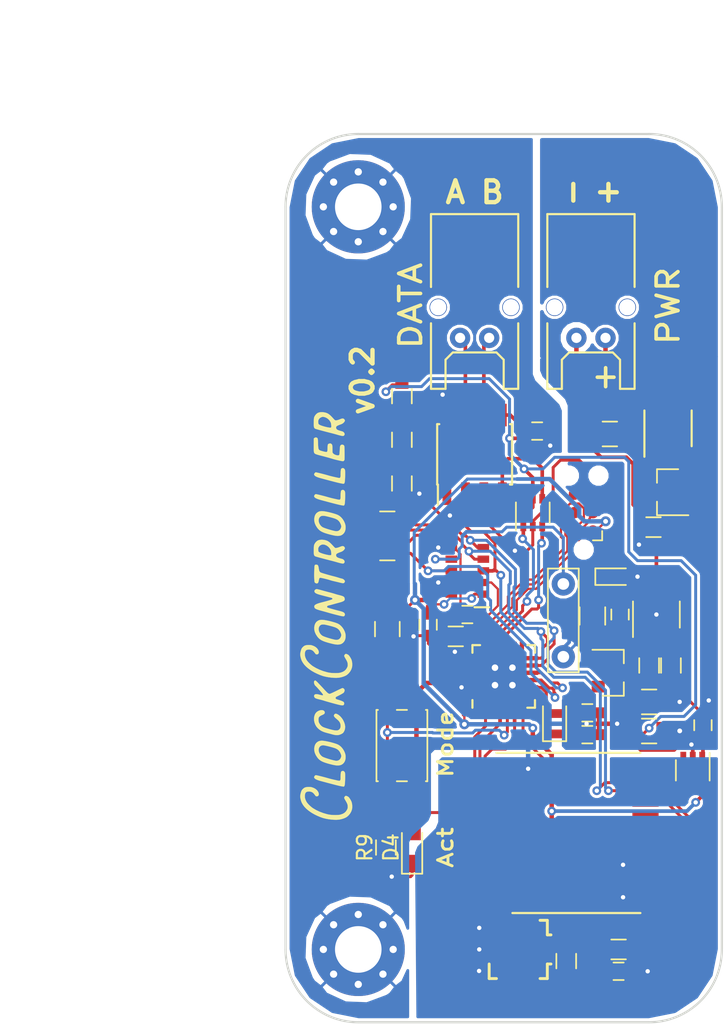
<source format=kicad_pcb>
(kicad_pcb (version 20171114) (host pcbnew "(2017-11-24 revision a01d81e4b)-makepkg")
  (layers (0 F.Cu signal) (31 B.Cu signal) (34 B.Paste user hide) (35 F.Paste user hide) (36 B.SilkS user hide) (37 F.SilkS user) (38 B.Mask user hide) (39 F.Mask user hide) (44 Edge.Cuts user))
  (net 0 "")
  (net 1 GND)
  (net 2 +3V3)
  (net 3 "Net-(C2-Pad2)")
  (net 4 "Net-(C3-Pad2)")
  (net 5 "Net-(C4-Pad1)")
  (net 6 "Net-(C6-Pad1)")
  (net 7 "Net-(C7-Pad1)")
  (net 8 "Net-(C7-Pad2)")
  (net 9 "Net-(C10-Pad1)")
  (net 10 "Net-(D1-Pad2)")
  (net 11 "Net-(J2-Pad1)")
  (net 12 CTX_SWCLK)
  (net 13 "Net-(R4-Pad2)")
  (net 14 I2C_SCL)
  (net 15 RTC_INT2)
  (net 16 I2C_SDA)
  (net 17 RTC_INT1)
  (net 18 "Net-(C11-Pad1)")
  (net 19 "Net-(R6-Pad2)")
  (net 20 "Net-(AE1-Pad1)")
  (net 21 RS485_EN)
  (net 22 RS485_DATA)
  (net 23 CTX_SWDIO)
  (net 24 CTX_RST)
  (net 25 BUTTON)
  (net 26 GPS_RX)
  (net 27 GPS_TX)
  (net 28 GPS_PPS)
  (net 29 "Net-(U2-Pad22)")
  (net 30 "Net-(U2-Pad21)")
  (net 31 "Net-(U2-Pad16)")
  (net 32 "Net-(U2-Pad14)")
  (net 33 "Net-(U2-Pad13)")
  (net 34 +5V)
  (net 35 "Net-(J1-Pad6)")
  (net 36 /RS485_A)
  (net 37 /RS485_B)
  (net 38 "Net-(U1-Pad6)")
  (net 39 "Net-(U1-Pad4)")
  (net 40 "Net-(U2-Pad2)")
  (net 41 "Net-(U4-Pad5)")
  (net 42 "Net-(U4-Pad6)")
  (net 43 "Net-(U4-Pad13)")
  (net 44 "Net-(U4-Pad15)")
  (net 45 "Net-(U4-Pad18)")
  (net 46 "Net-(U5-Pad10)")
  (net 47 "Net-(U6-Pad1)")
  (net 48 "Net-(U7-Pad4)")
  (net 49 "Net-(D4-Pad2)")
  (net 50 LED_A)
  (module Measurement_Points:Measurement_Point_Square-SMD-Pad_Small (layer F.Cu) (at 128.4 150.6)
    (fp_text reference REF** hide)
    (fp_text value Measurement_Point_Square-SMD-Pad_Small)
    (pad 1 smd rect (at 0 0) (size 1.5 1.5) (layers F.Cu F.Mask) (net 16 I2C_SDA))
  )
  (module Measurement_Points:Measurement_Point_Square-SMD-Pad_Small (layer F.Cu) (at 128.4 148.6)
    (fp_text reference REF** hide)
    (fp_text value Measurement_Point_Square-SMD-Pad_Small)
    (pad 1 smd rect (at 0 0) (size 1.5 1.5) (layers F.Cu F.Mask) (net 14 I2C_SCL))
  )
  (module LOGO (layer F.Cu) (at 127.5 104.9 90)
    (fp_text reference G*** hide)
    (fp_text value LOGO hide)
    (fp_poly (pts (xy 0.189373 -0.705108) (xy 0.254009 -0.69275) (xy 0.313903 -0.669615) (xy 0.373876 -0.634325) (xy 0.43875 -0.585497) (xy 0.439688 -0.584734) (xy 0.482387 -0.544579) (xy 0.506566 -0.507696) (xy 0.513211 -0.471675) (xy 0.503313 -0.434106) (xy 0.502327 -0.431987) (xy 0.471171 -0.388754) (xy 0.426698 -0.360014) (xy 0.376837 -0.347825) (xy 0.354756 -0.346374) (xy 0.337021 -0.348472) (xy 0.319101 -0.356364) (xy 0.296469 -0.372295) (xy 0.264593 -0.398512) (xy 0.250479 -0.410479) (xy 0.192066 -0.457569) (xy 0.143616 -0.490099) (xy 0.102114 -0.509144) (xy 0.064546 -0.515783) (xy 0.0279 -0.51109) (xy -0.0015 -0.500471) (xy -0.040184 -0.477219) (xy -0.076351 -0.445013) (xy -0.104384 -0.409654) (xy -0.117947 -0.38021) (xy -0.121494 -0.335235) (xy -0.113858 -0.284862) (xy -0.096898 -0.239278) (xy -0.090136 -0.227859) (xy -0.058064 -0.190786) (xy -0.009985 -0.149914) (xy 0.050757 -0.107636) (xy 0.120815 -0.066347) (xy 0.17272 -0.039743) (xy 0.220262 -0.016746) (xy 0.265809 0.005404) (xy 0.303487 0.023843) (xy 0.323611 0.033795) (xy 0.364167 0.059176) (xy 0.410058 0.095848) (xy 0.455908 0.1387) (xy 0.496345 0.182622) (xy 0.525995 0.222503) (xy 0.530953 0.230986) (xy 0.554565 0.281727) (xy 0.568764 0.332618) (xy 0.574435 0.389384) (xy 0.572465 0.457747) (xy 0.57021 0.48466) (xy 0.55982 0.560972) (xy 0.543509 0.622086) (xy 0.519437 0.672709) (xy 0.485765 0.717549) (xy 0.474493 0.729579) (xy 0.411902 0.780971) (xy 0.335525 0.823366) (xy 0.250501 0.855164) (xy 0.16197 0.874765) (xy 0.075071 0.880566) (xy 0.01016 0.874192) (xy -0.060633 0.854543) (xy -0.137414 0.822497) (xy -0.213548 0.781578) (xy -0.282397 0.73531) (xy -0.332354 0.692304) (xy -0.361186 0.652334) (xy -0.372949 0.609457) (xy -0.366592 0.567968) (xy -0.364189 0.562501) (xy -0.33855 0.530617) (xy -0.298624 0.512662) (xy -0.255932 0.508149) (xy -0.230557 0.509779) (xy -0.20958 0.517016) (xy -0.186735 0.53308) (xy -0.159412 0.557732) (xy -0.125906 0.586775) (xy -0.091125 0.612916) (xy -0.065801 0.628679) (xy -0.000886 0.653986) (xy 0.0648 0.664662) (xy 0.128814 0.662034) (xy 0.188714 0.647429) (xy 0.242059 0.622172) (xy 0.286406 0.587592) (xy 0.319313 0.545015) (xy 0.338337 0.495767) (xy 0.341036 0.441176) (xy 0.335111 0.410878) (xy 0.319365 0.370781) (xy 0.294145 0.332368) (xy 0.257667 0.294114) (xy 0.208147 0.254497) (xy 0.143802 0.211995) (xy 0.062847 0.165086) (xy 0.019815 0.141754) (xy -0.070208 0.092117) (xy -0.143321 0.047685) (xy -0.201642 0.006534) (xy -0.247287 -0.033265) (xy -0.282373 -0.073638) (xy -0.309018 -0.116512) (xy -0.329338 -0.163814) (xy -0.335234 -0.181411) (xy -0.353674 -0.269002) (xy -0.355121 -0.356978) (xy -0.340403 -0.441969) (xy -0.310348 -0.520606) (xy -0.265784 -0.589519) (xy -0.224584 -0.631733) (xy -0.198081 -0.652238) (xy -0.170491 -0.667841) (xy -0.137957 -0.679638) (xy -0.09662 -0.688722) (xy -0.042623 -0.69619) (xy 0.026589 -0.70302) (xy 0.115173 -0.708071) (xy 0.189373 -0.705108)) (layer F.Cu) (width 0.01))
    (fp_poly (pts (xy 1.449217 -1.399805) (xy 1.506507 -1.39674) (xy 1.555868 -1.391422) (xy 1.600391 -1.383568) (xy 1.643166 -1.372896) (xy 1.687283 -1.359125) (xy 1.708561 -1.351784) (xy 1.820383 -1.301862) (xy 1.92134 -1.234975) (xy 2.011158 -1.151501) (xy 2.089562 -1.051817) (xy 2.156277 -0.9363) (xy 2.211027 -0.805329) (xy 2.253539 -0.65928) (xy 2.270153 -0.580538) (xy 2.275274 -0.547419) (xy 2.279258 -0.507709) (xy 2.282213 -0.458831) (xy 2.284246 -0.398206) (xy 2.285462 -0.323255) (xy 2.285969 -0.231402) (xy 2.286 -0.197808) (xy 2.286 0.09998) (xy 2.254345 0.18969) (xy 2.197875 0.328226) (xy 2.13122 0.453619) (xy 2.055433 0.564388) (xy 1.971568 0.659051) (xy 1.880678 0.736127) (xy 1.851922 0.755778) (xy 1.76538 0.804879) (xy 1.673855 0.844533) (xy 1.582172 0.873169) (xy 1.495159 0.889217) (xy 1.433474 0.89198) (xy 1.403939 0.891117) (xy 1.357978 0.889851) (xy 1.299479 0.888286) (xy 1.232328 0.886526) (xy 1.160415 0.884673) (xy 1.12268 0.883714) (xy 1.054539 0.881919) (xy 0.993516 0.880171) (xy 0.942426 0.878564) (xy 0.904086 0.877189) (xy 0.881313 0.876139) (xy 0.87615 0.875654) (xy 0.861704 0.857449) (xy 0.847567 0.827377) (xy 0.836979 0.793675) (xy 0.833157 0.766308) (xy 0.831705 0.738848) (xy 0.827817 0.697627) (xy 0.822144 0.648967) (xy 0.817465 0.613908) (xy 0.81047 0.559504) (xy 0.807271 0.518379) (xy 0.807773 0.483871) (xy 0.811885 0.449313) (xy 0.814919 0.4318) (xy 0.818625 0.400429) (xy 0.821772 0.350928) (xy 0.824338 0.285475) (xy 0.826301 0.206252) (xy 0.827637 0.11544) (xy 0.828324 0.01522) (xy 0.82834 -0.092227) (xy 0.827662 -0.20472) (xy 0.826266 -0.320079) (xy 0.824131 -0.436121) (xy 0.824003 -0.44196) (xy 0.823096 -0.50043) (xy 0.822541 -0.574628) (xy 0.822339 -0.659964) (xy 0.822489 -0.751849) (xy 0.822991 -0.845693) (xy 0.823039 -0.850875) (xy 1.160978 -0.850875) (xy 1.166477 -0.792451) (xy 1.167858 -0.784816) (xy 1.172828 -0.751588) (xy 1.175368 -0.71504) (xy 1.1755 -0.67085) (xy 1.17325 -0.6147) (xy 1.169187 -0.550075) (xy 1.165308 -0.473768) (xy 1.162892 -0.378587) (xy 1.161954 -0.265922) (xy 1.162505 -0.137168) (xy 1.164233 -0.011595) (xy 1.166045 0.086522) (xy 1.167759 0.166502) (xy 1.16951 0.230524) (xy 1.171437 0.280769) (xy 1.173676 0.319418) (xy 1.176363 0.348652) (xy 1.179636 0.370651) (xy 1.18363 0.387596) (xy 1.188483 0.401667) (xy 1.190446 0.4064) (xy 1.227478 0.467866) (xy 1.280071 0.519671) (xy 1.344559 0.558724) (xy 1.391417 0.575887) (xy 1.453309 0.58441) (xy 1.51631 0.574774) (xy 1.56972 0.553763) (xy 1.637892 0.511173) (xy 1.704488 0.451902) (xy 1.766305 0.379524) (xy 1.820139 0.297612) (xy 1.848496 0.242757) (xy 1.887446 0.142465) (xy 1.919421 0.025032) (xy 1.943849 -0.107396) (xy 1.946078 -0.122979) (xy 1.963886 -0.251033) (xy 1.936604 -0.432857) (xy 1.918066 -0.543012) (xy 1.89754 -0.635864) (xy 1.873727 -0.714416) (xy 1.845325 -0.781671) (xy 1.811037 -0.840635) (xy 1.769563 -0.894312) (xy 1.719602 -0.945705) (xy 1.711497 -0.953217) (xy 1.644316 -1.007521) (xy 1.576278 -1.049015) (xy 1.510684 -1.076048) (xy 1.450837 -1.08697) (xy 1.443671 -1.087121) (xy 1.375102 -1.077) (xy 1.307447 -1.046784) (xy 1.241172 -0.996694) (xy 1.229691 -0.985843) (xy 1.190797 -0.941757) (xy 1.168489 -0.898706) (xy 1.160978 -0.850875) (xy 0.823039 -0.850875) (xy 0.823846 -0.936908) (xy 0.824003 -0.94996) (xy 0.825206 -1.04063) (xy 0.826425 -1.113321) (xy 0.827816 -1.170374) (xy 0.829536 -1.21413) (xy 0.831741 -1.246931) (xy 0.834586 -1.271117) (xy 0.838228 -1.289029) (xy 0.842823 -1.303008) (xy 0.84836 -1.315065) (xy 0.859506 -1.336366) (xy 0.870469 -1.3533) (xy 0.883623 -1.366429) (xy 0.901344 -1.376318) (xy 0.926009 -1.383531) (xy 0.959993 -1.388632) (xy 1.005673 -1.392187) (xy 1.065425 -1.394758) (xy 1.141624 -1.396909) (xy 1.19888 -1.398298) (xy 1.298494 -1.400302) (xy 1.38091 -1.400898) (xy 1.449217 -1.399805)) (layer F.Cu) (width 0.01))
    (fp_poly (pts (xy -1.479324 -1.41164) (xy -1.398407 -1.402515) (xy -1.357399 -1.39701) (xy -1.272563 -1.38477) (xy -1.204525 -1.373363) (xy -1.149879 -1.361427) (xy -1.105222 -1.347602) (xy -1.067151 -1.330529) (xy -1.032261 -1.308845) (xy -0.997147 -1.281191) (xy -0.958406 -1.246206) (xy -0.942549 -1.231206) (xy -0.887443 -1.174015) (xy -0.849801 -1.123085) (xy -0.82868 -1.076063) (xy -0.823139 -1.0306) (xy -0.832237 -0.984342) (xy -0.837833 -0.969592) (xy -0.850129 -0.947814) (xy -0.869415 -0.929935) (xy -0.900777 -0.911786) (xy -0.919222 -0.90287) (xy -0.96062 -0.884465) (xy -0.993662 -0.873823) (xy -1.022466 -0.871894) (xy -1.051154 -0.879629) (xy -1.083843 -0.897979) (xy -1.124653 -0.927892) (xy -1.164167 -0.959374) (xy -1.226508 -1.008369) (xy -1.277924 -1.044995) (xy -1.322151 -1.070953) (xy -1.362925 -1.087945) (xy -1.403982 -1.097669) (xy -1.449058 -1.101828) (xy -1.47828 -1.10236) (xy -1.526044 -1.101495) (xy -1.560773 -1.097986) (xy -1.589711 -1.090469) (xy -1.620102 -1.077578) (xy -1.626713 -1.074372) (xy -1.695219 -1.029699) (xy -1.756574 -0.967267) (xy -1.810179 -0.888551) (xy -1.855439 -0.795025) (xy -1.891755 -0.688164) (xy -1.918533 -0.569443) (xy -1.935174 -0.440336) (xy -1.941082 -0.302318) (xy -1.941087 -0.297592) (xy -1.935562 -0.135712) (xy -1.919122 0.010267) (xy -1.89185 0.140058) (xy -1.853826 0.253373) (xy -1.805131 0.349925) (xy -1.745848 0.429425) (xy -1.73125 0.444742) (xy -1.671522 0.497859) (xy -1.613668 0.533896) (xy -1.552953 0.55499) (xy -1.484646 0.563276) (xy -1.467907 0.563593) (xy -1.42276 0.562677) (xy -1.3889 0.558225) (xy -1.357355 0.54825) (xy -1.319149 0.530765) (xy -1.318709 0.530549) (xy -1.253412 0.490675) (xy -1.200361 0.440139) (xy -1.156751 0.375712) (xy -1.124961 0.307497) (xy -1.095809 0.227112) (xy -1.07844 0.160906) (xy -1.072439 0.106808) (xy -1.076579 0.06604) (xy -1.090585 0.028268) (xy -1.114119 0.002168) (xy -1.150489 -0.014525) (xy -1.203005 -0.024076) (xy -1.209151 -0.024714) (xy -1.260534 -0.032875) (xy -1.295914 -0.047699) (xy -1.319354 -0.072652) (xy -1.334917 -0.111201) (xy -1.341153 -0.137315) (xy -1.34879 -0.20006) (xy -1.342463 -0.249539) (xy -1.321887 -0.287516) (xy -1.315829 -0.294094) (xy -1.306477 -0.302965) (xy -1.296656 -0.309593) (xy -1.283379 -0.314366) (xy -1.263662 -0.317672) (xy -1.234519 -0.319898) (xy -1.192964 -0.321432) (xy -1.136013 -0.32266) (xy -1.089453 -0.323477) (xy -0.990914 -0.324181) (xy -0.910636 -0.322414) (xy -0.846682 -0.317931) (xy -0.797115 -0.310488) (xy -0.759998 -0.299837) (xy -0.733395 -0.285735) (xy -0.723185 -0.277068) (xy -0.6979 -0.251784) (xy -0.704262 -0.062392) (xy -0.721974 0.164436) (xy -0.759584 0.389743) (xy -0.816671 0.611695) (xy -0.892815 0.828456) (xy -0.926763 0.90932) (xy -0.991899 1.040086) (xy -1.064078 1.151999) (xy -1.143234 1.244996) (xy -1.229306 1.319009) (xy -1.322228 1.373975) (xy -1.416178 1.408327) (xy -1.455762 1.415726) (xy -1.504126 1.420209) (xy -1.555387 1.421753) (xy -1.603663 1.420334) (xy -1.643071 1.415928) (xy -1.66624 1.409318) (xy -1.687683 1.389894) (xy -1.694859 1.359597) (xy -1.68776 1.317252) (xy -1.666378 1.261685) (xy -1.665194 1.259102) (xy -1.634891 1.202543) (xy -1.601375 1.16159) (xy -1.560263 1.133048) (xy -1.507172 1.113721) (xy -1.450123 1.10227) (xy -1.415269 1.090336) (xy -1.379868 1.068103) (xy -1.37467 1.063758) (xy -1.356476 1.044596) (xy -1.332292 1.014776) (xy -1.304961 0.978364) (xy -1.277323 0.939421) (xy -1.252222 0.90201) (xy -1.232499 0.870195) (xy -1.220995 0.848039) (xy -1.2192 0.841483) (xy -1.227263 0.836571) (xy -1.24206 0.839083) (xy -1.302707 0.852655) (xy -1.377626 0.860263) (xy -1.46173 0.862109) (xy -1.54993 0.858399) (xy -1.637138 0.849333) (xy -1.718266 0.835116) (xy -1.783762 0.817461) (xy -1.876511 0.776027) (xy -1.960288 0.716886) (xy -2.033943 0.641082) (xy -2.096328 0.549663) (xy -2.11397 0.516793) (xy -2.137253 0.465173) (xy -2.162783 0.399401) (xy -2.188642 0.325214) (xy -2.212914 0.248346) (xy -2.233682 0.174535) (xy -2.247254 0.117982) (xy -2.259476 0.040201) (xy -2.266897 -0.053422) (xy -2.269769 -0.159043) (xy -2.268342 -0.272821) (xy -2.262868 -0.390915) (xy -2.253597 -0.509482) (xy -2.240779 -0.624682) (xy -2.224666 -0.732671) (xy -2.205507 -0.829609) (xy -2.183555 -0.911654) (xy -2.179199 -0.924919) (xy -2.135671 -1.02556) (xy -2.076646 -1.120601) (xy -2.004926 -1.207046) (xy -1.923316 -1.2819) (xy -1.834618 -1.34217) (xy -1.752104 -1.381074) (xy -1.701901 -1.39788) (xy -1.653488 -1.409179) (xy -1.602899 -1.415132) (xy -1.546166 -1.415899) (xy -1.479324 -1.41164)) (layer F.Cu) (width 0.01))
  )
  (module clockController:10-DFN (layer F.Cu) (at 112.5 130 90)
    (fp_text reference U5 (at 1 -2.5 90) (layer F.SilkS) (effects (font (size 0 0))))
    (fp_text value AB-RTCMC)
    (pad 1 smd rect (at -1.6 1.1 90) (size 0.5 0.8) (layers F.Cu F.Paste F.Mask) (net 2 +3V3))
    (pad 2 smd rect (at -0.8 1.1 90) (size 0.5 0.8) (layers F.Cu F.Paste F.Mask) (net 6 "Net-(C6-Pad1)"))
    (pad 3 smd rect (at 0 1.1 90) (size 0.5 0.8) (layers F.Cu F.Paste F.Mask) (net 17 RTC_INT1))
    (pad 4 smd rect (at 0.8 1.1 90) (size 0.5 0.8) (layers F.Cu F.Paste F.Mask) (net 14 I2C_SCL))
    (pad 5 smd rect (at 1.6 1.1 90) (size 0.5 0.8) (layers F.Cu F.Paste F.Mask) (net 16 I2C_SDA))
    (pad 6 smd rect (at 1.6 -1.1 90) (size 0.5 0.8) (layers F.Cu F.Paste F.Mask) (net 1 GND))
    (pad 7 smd rect (at 0.8 -1.1 90) (size 0.5 0.8) (layers F.Cu F.Paste F.Mask) (net 9 "Net-(C10-Pad1)"))
    (pad 8 smd rect (at 0 -1.1 90) (size 0.5 0.8) (layers F.Cu F.Paste F.Mask) (net 15 RTC_INT2))
    (pad 9 smd rect (at -0.8 -1.1 90) (size 0.5 0.8) (layers F.Cu F.Paste F.Mask) (net 1 GND))
    (pad 10 smd rect (at -1.6 -1.1 90) (size 0.5 0.8) (layers F.Cu F.Paste F.Mask) (net 46 "Net-(U5-Pad10)"))
  )
  (module Mounting_Holes:MountingHole_3.2mm_M3_Pad_Via (layer F.Cu) (at 105 156)
    (fp_text reference REF** hide)
    (fp_text value MountingHole_3.2mm_M3_Pad_Via)
    (pad 1 thru_hole circle (at 1.697056 -1.697056) (size 0.8 0.8) (drill 0.5) (layers *.Cu *.Mask))
    (pad 1 thru_hole circle (at 0 -2.4) (size 0.8 0.8) (drill 0.5) (layers *.Cu *.Mask))
    (pad 1 thru_hole circle (at -1.697056 -1.697056) (size 0.8 0.8) (drill 0.5) (layers *.Cu *.Mask) (net 1 GND))
    (pad 1 thru_hole circle (at -2.4 0) (size 0.8 0.8) (drill 0.5) (layers *.Cu *.Mask))
    (pad 1 thru_hole circle (at -1.697056 1.697056) (size 0.8 0.8) (drill 0.5) (layers *.Cu *.Mask))
    (pad 1 thru_hole circle (at 0 2.4) (size 0.8 0.8) (drill 0.5) (layers *.Cu *.Mask))
    (pad 1 thru_hole circle (at 1.697056 1.697056) (size 0.8 0.8) (drill 0.5) (layers *.Cu *.Mask))
    (pad 1 thru_hole circle (at 2.4 0) (size 0.8 0.8) (drill 0.5) (layers *.Cu *.Mask))
    (pad 1 thru_hole circle (at 0 0) (size 6.4 6.4) (drill 3.2) (layers *.Cu *.Mask) (net 1 GND))
  )
  (module Mounting_Holes:MountingHole_3.2mm_M3_Pad_Via (layer F.Cu) (at 105 105)
    (fp_text reference REF** hide)
    (fp_text value MountingHole_3.2mm_M3_Pad_Via)
    (pad 1 thru_hole circle (at 0 0) (size 6.4 6.4) (drill 3.2) (layers *.Cu *.Mask) (net 1 GND))
    (pad 1 thru_hole circle (at 2.4 0) (size 0.8 0.8) (drill 0.5) (layers *.Cu *.Mask))
    (pad 1 thru_hole circle (at 1.697056 1.697056) (size 0.8 0.8) (drill 0.5) (layers *.Cu *.Mask))
    (pad 1 thru_hole circle (at 0 2.4) (size 0.8 0.8) (drill 0.5) (layers *.Cu *.Mask))
    (pad 1 thru_hole circle (at -1.697056 1.697056) (size 0.8 0.8) (drill 0.5) (layers *.Cu *.Mask) (net 1 GND))
    (pad 1 thru_hole circle (at -2.4 0) (size 0.8 0.8) (drill 0.5) (layers *.Cu *.Mask))
    (pad 1 thru_hole circle (at -1.697056 -1.697056) (size 0.8 0.8) (drill 0.5) (layers *.Cu *.Mask))
    (pad 1 thru_hole circle (at 0 -2.4) (size 0.8 0.8) (drill 0.5) (layers *.Cu *.Mask))
    (pad 1 thru_hole circle (at 1.697056 -1.697056) (size 0.8 0.8) (drill 0.5) (layers *.Cu *.Mask))
  )
  (module clockController:SB02B-PASK-2 (layer F.Cu) (at 113 114 180)
    (fp_text reference J3 (at 2 -6.5 180) (layer F.SilkS) (effects (font (size 0 0))))
    (fp_text value "JST S02B-PASK")
    (pad "" np_thru_hole circle (at -2.5 2.1 180) (size 1.2 1.2) (drill 1.1) (layers *.Cu *.Mask))
    (pad "" np_thru_hole circle (at 2.5 2.1 180) (size 1.2 1.2) (drill 1.1) (layers *.Cu *.Mask))
    (pad 2 thru_hole circle (at 1 0 180) (size 1.4 1.4) (drill 0.7) (layers *.Cu *.Mask) (net 36 /RS485_A))
    (pad 1 thru_hole circle (at -1 0 180) (size 1.4 1.4) (drill 0.7) (layers *.Cu *.Mask) (net 37 /RS485_B))
  )
  (module clockController:SB02B-PASK-2 (layer F.Cu) (at 121 114 180)
    (fp_text reference J2 (at 2 -6.5 180) (layer F.SilkS) (effects (font (size 0 0))))
    (fp_text value "JST S02B-PASK")
    (pad "" np_thru_hole circle (at -2.5 2.1 180) (size 1.2 1.2) (drill 1.1) (layers *.Cu *.Mask))
    (pad "" np_thru_hole circle (at 2.5 2.1 180) (size 1.2 1.2) (drill 1.1) (layers *.Cu *.Mask))
    (pad 2 thru_hole circle (at 1 0 180) (size 1.4 1.4) (drill 0.7) (layers *.Cu *.Mask) (net 1 GND))
    (pad 1 thru_hole circle (at -1 0 180) (size 1.4 1.4) (drill 0.7) (layers *.Cu *.Mask) (net 11 "Net-(J2-Pad1)"))
  )
  (module clockController:MCRF (layer F.Cu) (at 116 156 90)
    (fp_text reference AE1 (at 3 -2 90) (layer F.SilkS) (effects (font (size 0 0))))
    (fp_text value IPX)
    (pad 1 smd rect (at 0 1.5 90) (size 1 1) (layers F.Cu F.Paste F.Mask) (net 20 "Net-(AE1-Pad1)"))
    (pad 2 smd rect (at 0 -1.5 90) (size 1 1) (layers F.Cu F.Paste F.Mask) (net 1 GND))
    (pad 2 smd rect (at -1.475 0 90) (size 1.05 2.2) (layers F.Cu F.Paste F.Mask) (net 1 GND))
    (pad 2 smd rect (at 1.475 0 90) (size 1.05 2.2) (layers F.Cu F.Paste F.Mask) (net 1 GND))
  )
  (module Buttons_Switches_SMD:SW_SPST_EVQP2 (layer F.Cu) (at 108 142 90)
    (fp_text reference SW1 (at 0 -2.75 90) (layer F.SilkS) (effects (font (size 0 0))))
    (fp_text value TACT_SW)
    (pad 1 smd rect (at 2.58 -1 90) (size 1.45 0.7) (layers F.Cu F.Paste F.Mask) (net 25 BUTTON))
    (pad 1 smd rect (at -2.58 -1 90) (size 1.45 0.7) (layers F.Cu F.Paste F.Mask) (net 25 BUTTON))
    (pad 2 smd rect (at -2.58 1 90) (size 1.45 0.7) (layers F.Cu F.Paste F.Mask) (net 1 GND))
    (pad 2 smd rect (at 2.58 1 90) (size 1.45 0.7) (layers F.Cu F.Paste F.Mask) (net 1 GND))
  )
  (module clockController:MAX_M8 (layer F.Cu) (at 120.000001 148 180)
    (fp_text reference U4 (at -1.1 -6.6 180) (layer F.SilkS) (effects (font (size 0 0))))
    (fp_text value MAX_M8Q)
    (pad 1 smd rect (at 4.85 4.4 180) (size 1.8 0.7) (layers F.Cu F.Paste F.Mask) (net 1 GND))
    (pad 2 smd rect (at 4.85 3.3 180) (size 1.8 0.8) (layers F.Cu F.Paste F.Mask) (net 26 GPS_RX))
    (pad 3 smd rect (at 4.85 2.2 180) (size 1.8 0.8) (layers F.Cu F.Paste F.Mask) (net 27 GPS_TX))
    (pad 4 smd rect (at 4.85 1.1 180) (size 1.8 0.8) (layers F.Cu F.Paste F.Mask) (net 28 GPS_PPS))
    (pad 5 smd rect (at 4.85 0 180) (size 1.8 0.8) (layers F.Cu F.Paste F.Mask) (net 41 "Net-(U4-Pad5)"))
    (pad 6 smd rect (at 4.85 -1.1 180) (size 1.8 0.8) (layers F.Cu F.Paste F.Mask) (net 42 "Net-(U4-Pad6)"))
    (pad 7 smd rect (at 4.85 -2.2 180) (size 1.8 0.8) (layers F.Cu F.Paste F.Mask) (net 2 +3V3))
    (pad 8 smd rect (at 4.85 -3.3 180) (size 1.8 0.8) (layers F.Cu F.Paste F.Mask) (net 2 +3V3))
    (pad 9 smd rect (at 4.85 -4.4 180) (size 1.8 0.7) (layers F.Cu F.Paste F.Mask) (net 2 +3V3))
    (pad 10 smd rect (at -4.75 -4.4 180) (size 1.8 0.7) (layers F.Cu F.Paste F.Mask) (net 1 GND))
    (pad 11 smd rect (at -4.75 -3.3 180) (size 1.8 0.8) (layers F.Cu F.Paste F.Mask) (net 20 "Net-(AE1-Pad1)"))
    (pad 12 smd rect (at -4.75 -2.2 180) (size 1.8 0.8) (layers F.Cu F.Paste F.Mask) (net 1 GND))
    (pad 13 smd rect (at -4.75 -1.1 180) (size 1.8 0.8) (layers F.Cu F.Paste F.Mask) (net 43 "Net-(U4-Pad13)"))
    (pad 14 smd rect (at -4.75 0 180) (size 1.8 0.8) (layers F.Cu F.Paste F.Mask) (net 19 "Net-(R6-Pad2)"))
    (pad 15 smd rect (at -4.75 1.1 180) (size 1.8 0.8) (layers F.Cu F.Paste F.Mask) (net 44 "Net-(U4-Pad15)"))
    (pad 16 smd rect (at -4.75 2.2 180) (size 1.8 0.8) (layers F.Cu F.Paste F.Mask) (net 16 I2C_SDA))
    (pad 17 smd rect (at -4.75 3.3 180) (size 1.8 0.8) (layers F.Cu F.Paste F.Mask) (net 14 I2C_SCL))
    (pad 18 smd rect (at -4.75 4.4 180) (size 1.8 0.7) (layers F.Cu F.Paste F.Mask) (net 45 "Net-(U4-Pad18)"))
  )
  (module Housings_DFN_QFN:DFN-8-1EP_3x3mm_Pitch0.65mm (layer F.Cu) (at 126.3 120.2125 90)
    (fp_text reference Q1 (at 0 -2.55 90) (layer F.SilkS) (effects (font (size 0 0))))
    (fp_text value AON7407)
    (pad 9 smd rect (at -0.3875 -0.6 90) (size 0.775 1.2) (layers F.Cu F.Paste F.Mask))
    (pad 9 smd rect (at -0.3875 0.6 90) (size 0.775 1.2) (layers F.Cu F.Paste F.Mask))
    (pad 9 smd rect (at 0.3875 -0.6 90) (size 0.775 1.2) (layers F.Cu F.Paste F.Mask))
    (pad 9 smd rect (at 0.3875 0.6 90) (size 0.775 1.2) (layers F.Cu F.Paste F.Mask))
    (pad 8 smd rect (at 1.55 -0.975 90) (size 0.65 0.35) (layers F.Cu F.Paste F.Mask) (net 11 "Net-(J2-Pad1)"))
    (pad 7 smd rect (at 1.55 -0.325 90) (size 0.65 0.35) (layers F.Cu F.Paste F.Mask) (net 11 "Net-(J2-Pad1)"))
    (pad 6 smd rect (at 1.55 0.325 90) (size 0.65 0.35) (layers F.Cu F.Paste F.Mask) (net 11 "Net-(J2-Pad1)"))
    (pad 5 smd rect (at 1.55 0.975 90) (size 0.65 0.35) (layers F.Cu F.Paste F.Mask) (net 11 "Net-(J2-Pad1)"))
    (pad 4 smd rect (at -1.55 0.975 90) (size 0.65 0.35) (layers F.Cu F.Paste F.Mask) (net 10 "Net-(D1-Pad2)"))
    (pad 3 smd rect (at -1.55 0.325 90) (size 0.65 0.35) (layers F.Cu F.Paste F.Mask) (net 5 "Net-(C4-Pad1)"))
    (pad 2 smd rect (at -1.55 -0.325 90) (size 0.65 0.35) (layers F.Cu F.Paste F.Mask) (net 5 "Net-(C4-Pad1)"))
    (pad 1 smd rect (at -1.55 -0.975 90) (size 0.65 0.35) (layers F.Cu F.Paste F.Mask) (net 5 "Net-(C4-Pad1)"))
  )
  (module Housings_DFN_QFN:QFN-24-1EP_4x4mm_Pitch0.5mm (layer F.Cu) (at 115 137.25 90)
    (fp_text reference U2 (at 0 -3.375 90) (layer F.SilkS) (effects (font (size 0 0))))
    (fp_text value ATSAMD11D14A)
    (pad 25 smd rect (at -0.6 -0.6 90) (size 1.3 1.3) (layers F.Cu F.Paste F.Mask) (net 1 GND))
    (pad 25 smd rect (at -0.6 0.6 90) (size 1.3 1.3) (layers F.Cu F.Paste F.Mask) (net 1 GND))
    (pad 25 smd rect (at 0.6 -0.6 90) (size 1.3 1.3) (layers F.Cu F.Paste F.Mask) (net 1 GND))
    (pad 25 smd rect (at 0.6 0.6 90) (size 1.3 1.3) (layers F.Cu F.Paste F.Mask) (net 1 GND))
    (pad 24 smd rect (at -1.25 -1.95 180) (size 0.85 0.3) (layers F.Cu F.Paste F.Mask) (net 2 +3V3))
    (pad 23 smd rect (at -0.75 -1.95 180) (size 0.85 0.3) (layers F.Cu F.Paste F.Mask) (net 1 GND))
    (pad 22 smd rect (at -0.25 -1.95 180) (size 0.85 0.3) (layers F.Cu F.Paste F.Mask) (net 29 "Net-(U2-Pad22)"))
    (pad 21 smd rect (at 0.25 -1.95 180) (size 0.85 0.3) (layers F.Cu F.Paste F.Mask) (net 30 "Net-(U2-Pad21)"))
    (pad 20 smd rect (at 0.75 -1.95 180) (size 0.85 0.3) (layers F.Cu F.Paste F.Mask) (net 23 CTX_SWDIO))
    (pad 19 smd rect (at 1.25 -1.95 180) (size 0.85 0.3) (layers F.Cu F.Paste F.Mask) (net 12 CTX_SWCLK))
    (pad 18 smd rect (at 1.95 -1.25 90) (size 0.85 0.3) (layers F.Cu F.Paste F.Mask) (net 24 CTX_RST))
    (pad 17 smd rect (at 1.95 -0.75 90) (size 0.85 0.3) (layers F.Cu F.Paste F.Mask) (net 21 RS485_EN))
    (pad 16 smd rect (at 1.95 -0.25 90) (size 0.85 0.3) (layers F.Cu F.Paste F.Mask) (net 31 "Net-(U2-Pad16)"))
    (pad 15 smd rect (at 1.95 0.25 90) (size 0.85 0.3) (layers F.Cu F.Paste F.Mask) (net 22 RS485_DATA))
    (pad 14 smd rect (at 1.95 0.75 90) (size 0.85 0.3) (layers F.Cu F.Paste F.Mask) (net 32 "Net-(U2-Pad14)"))
    (pad 13 smd rect (at 1.95 1.25 90) (size 0.85 0.3) (layers F.Cu F.Paste F.Mask) (net 33 "Net-(U2-Pad13)"))
    (pad 12 smd rect (at 1.25 1.95 180) (size 0.85 0.3) (layers F.Cu F.Paste F.Mask) (net 14 I2C_SCL))
    (pad 11 smd rect (at 0.75 1.95 180) (size 0.85 0.3) (layers F.Cu F.Paste F.Mask) (net 16 I2C_SDA))
    (pad 10 smd rect (at 0.25 1.95 180) (size 0.85 0.3) (layers F.Cu F.Paste F.Mask) (net 17 RTC_INT1))
    (pad 9 smd rect (at -0.25 1.95 180) (size 0.85 0.3) (layers F.Cu F.Paste F.Mask) (net 15 RTC_INT2))
    (pad 8 smd rect (at -0.75 1.95 180) (size 0.85 0.3) (layers F.Cu F.Paste F.Mask) (net 4 "Net-(C3-Pad2)"))
    (pad 7 smd rect (at -1.25 1.95 180) (size 0.85 0.3) (layers F.Cu F.Paste F.Mask) (net 3 "Net-(C2-Pad2)"))
    (pad 6 smd rect (at -1.95 1.25 90) (size 0.85 0.3) (layers F.Cu F.Paste F.Mask) (net 26 GPS_RX))
    (pad 5 smd rect (at -1.95 0.75 90) (size 0.85 0.3) (layers F.Cu F.Paste F.Mask) (net 27 GPS_TX))
    (pad 4 smd rect (at -1.95 0.25 90) (size 0.85 0.3) (layers F.Cu F.Paste F.Mask) (net 25 BUTTON))
    (pad 3 smd rect (at -1.95 -0.25 90) (size 0.85 0.3) (layers F.Cu F.Paste F.Mask) (net 28 GPS_PPS))
    (pad 2 smd rect (at -1.95 -0.75 90) (size 0.85 0.3) (layers F.Cu F.Paste F.Mask) (net 40 "Net-(U2-Pad2)"))
    (pad 1 smd rect (at -1.95 -1.25 90) (size 0.85 0.3) (layers F.Cu F.Paste F.Mask) (net 50 LED_A))
    (pad 25 thru_hole circle (at -0.6 -0.6 90) (size 1 1) (drill 0.45) (layers *.Cu) (net 1 GND))
    (pad 25 thru_hole circle (at 0.6 -0.6 90) (size 1 1) (drill 0.45) (layers *.Cu) (net 1 GND))
    (pad 25 thru_hole circle (at -0.6 0.6 90) (size 1 1) (drill 0.45) (layers *.Cu) (net 1 GND))
    (pad 25 thru_hole circle (at 0.6 0.6 90) (size 1 1) (drill 0.45) (layers *.Cu) (net 1 GND))
  )
  (module TO_SOT_Packages_SMD:SOT-23 (layer F.Cu) (at 126.3 124.6 180)
    (fp_text reference D1 (at 0 -2.5 180) (layer F.SilkS) (effects (font (size 0 0))))
    (fp_text value 10V)
    (pad 1 smd rect (at 1 0 180) (size 0.9 0.8) (layers F.Cu F.Paste F.Mask) (net 5 "Net-(C4-Pad1)"))
    (pad 3 smd rect (at -1 0.95 180) (size 0.9 0.8) (layers F.Cu F.Paste F.Mask))
    (pad 2 smd rect (at -1 -0.95 180) (size 0.9 0.8) (layers F.Cu F.Paste F.Mask) (net 10 "Net-(D1-Pad2)"))
  )
  (module LOGO (layer F.Cu) (at 102.8 133.1 90)
    (fp_text reference G*** hide)
    (fp_text value LOGO hide)
  )
  (module Capacitors_SMD:C_0603 (layer F.Cu) (at 128.7 140.6 90)
    (fp_text reference C1 (at 0 -1.5 90) (layer F.SilkS) (effects (font (size 0 0))))
    (fp_text value 100n)
    (pad 2 smd rect (at 0.75 0 90) (size 0.8 0.75) (layers F.Cu F.Paste F.Mask) (net 1 GND))
    (pad 1 smd rect (at -0.75 0 90) (size 0.8 0.75) (layers F.Cu F.Paste F.Mask) (net 34 +5V))
  )
  (module Capacitors_SMD:C_0603 (layer F.Cu) (at 120.75 141.25 180)
    (fp_text reference C2 (at 0 -1.5 180) (layer F.SilkS) (effects (font (size 0 0))))
    (fp_text value 9pF)
    (pad 1 smd rect (at -0.75 0 180) (size 0.8 0.75) (layers F.Cu F.Paste F.Mask) (net 1 GND))
    (pad 2 smd rect (at 0.75 0 180) (size 0.8 0.75) (layers F.Cu F.Paste F.Mask) (net 3 "Net-(C2-Pad2)"))
  )
  (module Capacitors_SMD:C_0603 (layer F.Cu) (at 120.75 139.75 180)
    (fp_text reference C3 (at 0 -1.5 180) (layer F.SilkS) (effects (font (size 0 0))))
    (fp_text value 9pF)
    (pad 2 smd rect (at 0.75 0 180) (size 0.8 0.75) (layers F.Cu F.Paste F.Mask) (net 4 "Net-(C3-Pad2)"))
    (pad 1 smd rect (at -0.75 0 180) (size 0.8 0.75) (layers F.Cu F.Paste F.Mask) (net 1 GND))
  )
  (module Capacitors_SMD:C_0805 (layer F.Cu) (at 122.3 120.6 180)
    (fp_text reference C4 (at 0 -1.5 180) (layer F.SilkS) (effects (font (size 0 0))))
    (fp_text value 1uF)
    (pad 2 smd rect (at 1 0 180) (size 1 1.25) (layers F.Cu F.Paste F.Mask) (net 1 GND))
    (pad 1 smd rect (at -1 0 180) (size 1 1.25) (layers F.Cu F.Paste F.Mask) (net 5 "Net-(C4-Pad1)"))
  )
  (module Capacitors_SMD:C_0603 (layer F.Cu) (at 109.799999 133.7 270)
    (fp_text reference C5 (at 0 -1.5 270) (layer F.SilkS) (effects (font (size 0 0))))
    (fp_text value 100n)
    (pad 1 smd rect (at -0.75 0 270) (size 0.8 0.75) (layers F.Cu F.Paste F.Mask) (net 2 +3V3))
    (pad 2 smd rect (at 0.75 0 270) (size 0.8 0.75) (layers F.Cu F.Paste F.Mask) (net 1 GND))
  )
  (module Capacitors_SMD:C_0603 (layer F.Cu) (at 112.5 133 180)
    (fp_text reference C6 (at 0 -1.5 180) (layer F.SilkS) (effects (font (size 0 0))))
    (fp_text value 47pF)
    (pad 1 smd rect (at -0.75 0 180) (size 0.8 0.75) (layers F.Cu F.Paste F.Mask) (net 6 "Net-(C6-Pad1)"))
    (pad 2 smd rect (at 0.75 0 180) (size 0.8 0.75) (layers F.Cu F.Paste F.Mask) (net 1 GND))
  )
  (module Capacitors_SMD:C_0603 (layer F.Cu) (at 123 133 90)
    (fp_text reference C7 (at 0 -1.5 90) (layer F.SilkS) (effects (font (size 0 0))))
    (fp_text value 100n)
    (pad 1 smd rect (at -0.75 0 90) (size 0.8 0.75) (layers F.Cu F.Paste F.Mask) (net 7 "Net-(C7-Pad1)"))
    (pad 2 smd rect (at 0.75 0 90) (size 0.8 0.75) (layers F.Cu F.Paste F.Mask) (net 8 "Net-(C7-Pad2)"))
  )
  (module Capacitors_SMD:C_0805 (layer F.Cu) (at 125 138.999999)
    (fp_text reference C8 (at 0 -1.5) (layer F.SilkS) (effects (font (size 0 0))))
    (fp_text value 10uF)
    (pad 1 smd rect (at -1 0) (size 1 1.25) (layers F.Cu F.Paste F.Mask) (net 34 +5V))
    (pad 2 smd rect (at 1 0) (size 1 1.25) (layers F.Cu F.Paste F.Mask) (net 1 GND))
  )
  (module Capacitors_SMD:C_0805 (layer F.Cu) (at 125 141)
    (fp_text reference C9 (at 0 -1.5) (layer F.SilkS) (effects (font (size 0 0))))
    (fp_text value 10uF)
    (pad 2 smd rect (at 1 0) (size 1 1.25) (layers F.Cu F.Paste F.Mask) (net 1 GND))
    (pad 1 smd rect (at -1 0) (size 1 1.25) (layers F.Cu F.Paste F.Mask) (net 34 +5V))
  )
  (module Diodes_SMD:D_0603 (layer F.Cu) (at 122.6 130.4)
    (fp_text reference D2 (at 0 -1.4) (layer F.SilkS) (effects (font (size 0 0))))
    (fp_text value "45V 200mA")
    (pad 2 smd rect (at 0.85 0) (size 0.6 0.8) (layers F.Cu F.Paste F.Mask) (net 1 GND))
    (pad 1 smd rect (at -0.85 0) (size 0.6 0.8) (layers F.Cu F.Paste F.Mask) (net 8 "Net-(C7-Pad2)"))
  )
  (module Diodes_SMD:D_SOT-23_ANK (layer F.Cu) (at 122.5 137)
    (fp_text reference D3 (at 0 -2.5) (layer F.SilkS) (effects (font (size 0 0))))
    (fp_text value D)
    (pad 1 smd rect (at 1 0) (size 0.9 0.8) (layers F.Cu F.Paste F.Mask) (net 7 "Net-(C7-Pad1)"))
    (pad "" smd rect (at -1 0.95) (size 0.9 0.8) (layers F.Cu F.Paste F.Mask))
    (pad 2 smd rect (at -1 -0.95) (size 0.9 0.8) (layers F.Cu F.Paste F.Mask) (net 34 +5V))
  )
  (module Resistors_SMD:R_0603 (layer F.Cu) (at 111.7 134.5)
    (fp_text reference R1 (at 0 -1.45) (layer F.SilkS) (effects (font (size 0 0))))
    (fp_text value 1K)
    (pad 1 smd rect (at -0.75 0) (size 0.5 0.9) (layers F.Cu F.Paste F.Mask) (net 2 +3V3))
    (pad 2 smd rect (at 0.75 0) (size 0.5 0.9) (layers F.Cu F.Paste F.Mask) (net 12 CTX_SWCLK))
  )
  (module Resistors_SMD:R_0603 (layer F.Cu) (at 108 121 90)
    (fp_text reference R2 (at 0 -1.45 90) (layer F.SilkS) (effects (font (size 0 0))))
    (fp_text value 120R)
    (pad 2 smd rect (at 0.75 0 90) (size 0.5 0.9) (layers F.Cu F.Paste F.Mask) (net 36 /RS485_A))
    (pad 1 smd rect (at -0.75 0 90) (size 0.5 0.9) (layers F.Cu F.Paste F.Mask) (net 37 /RS485_B))
  )
  (module Resistors_SMD:R_0603 (layer F.Cu) (at 125.3 127 180)
    (fp_text reference R3 (at 0 -1.45 180) (layer F.SilkS) (effects (font (size 0 0))))
    (fp_text value 10K)
    (pad 2 smd rect (at 0.75 0 180) (size 0.5 0.9) (layers F.Cu F.Paste F.Mask) (net 1 GND))
    (pad 1 smd rect (at -0.75 0 180) (size 0.5 0.9) (layers F.Cu F.Paste F.Mask) (net 10 "Net-(D1-Pad2)"))
  )
  (module Resistors_SMD:R_0603 (layer F.Cu) (at 126.5 136.5 90)
    (fp_text reference R4 (at 0 -1.45 90) (layer F.SilkS) (effects (font (size 0 0))))
    (fp_text value 52.3K)
    (pad 2 smd rect (at 0.75 0 90) (size 0.5 0.9) (layers F.Cu F.Paste F.Mask) (net 13 "Net-(R4-Pad2)"))
    (pad 1 smd rect (at -0.75 0 90) (size 0.5 0.9) (layers F.Cu F.Paste F.Mask) (net 34 +5V))
  )
  (module Resistors_SMD:R_0603 (layer F.Cu) (at 125 136.499999 90)
    (fp_text reference R5 (at 0 -1.45 90) (layer F.SilkS) (effects (font (size 0 0))))
    (fp_text value 10K)
    (pad 1 smd rect (at -0.75 0 90) (size 0.5 0.9) (layers F.Cu F.Paste F.Mask) (net 13 "Net-(R4-Pad2)"))
    (pad 2 smd rect (at 0.75 0 90) (size 0.5 0.9) (layers F.Cu F.Paste F.Mask) (net 1 GND))
  )
  (module Resistors_SMD:R_Array_Convex_4x0603 (layer F.Cu) (at 107 127.6 180)
    (fp_text reference RN1 (at 0.5 -2.32 180) (layer F.SilkS) (effects (font (size 0 0))))
    (fp_text value 4.7K)
    (pad 5 smd rect (at 0.9 1.2 180) (size 0.8 0.5) (layers F.Cu F.Paste F.Mask) (net 2 +3V3))
    (pad 6 smd rect (at 0.9 0.4 180) (size 0.8 0.4) (layers F.Cu F.Paste F.Mask) (net 2 +3V3))
    (pad 8 smd rect (at 0.9 -1.2 180) (size 0.8 0.5) (layers F.Cu F.Paste F.Mask) (net 2 +3V3))
    (pad 7 smd rect (at 0.9 -0.4 180) (size 0.8 0.4) (layers F.Cu F.Paste F.Mask) (net 2 +3V3))
    (pad 4 smd rect (at -0.9 1.2 180) (size 0.8 0.5) (layers F.Cu F.Paste F.Mask) (net 17 RTC_INT1))
    (pad 2 smd rect (at -0.9 -0.4 180) (size 0.8 0.4) (layers F.Cu F.Paste F.Mask) (net 14 I2C_SCL))
    (pad 3 smd rect (at -0.9 0.4 180) (size 0.8 0.4) (layers F.Cu F.Paste F.Mask) (net 16 I2C_SDA))
    (pad 1 smd rect (at -0.9 -1.2 180) (size 0.8 0.5) (layers F.Cu F.Paste F.Mask) (net 15 RTC_INT2))
  )
  (module TO_SOT_Packages_SMD:SOT-23-6 (layer F.Cu) (at 125.5 133 90)
    (fp_text reference U3 (at 0 -2.9 90) (layer F.SilkS) (effects (font (size 0 0))))
    (fp_text value MCP16301)
    (pad 5 smd rect (at 1.1 0 90) (size 1.06 0.65) (layers F.Cu F.Paste F.Mask) (net 5 "Net-(C4-Pad1)"))
    (pad 6 smd rect (at 1.1 -0.95 90) (size 1.06 0.65) (layers F.Cu F.Paste F.Mask) (net 8 "Net-(C7-Pad2)"))
    (pad 4 smd rect (at 1.1 0.95 90) (size 1.06 0.65) (layers F.Cu F.Paste F.Mask) (net 5 "Net-(C4-Pad1)"))
    (pad 3 smd rect (at -1.1 0.95 90) (size 1.06 0.65) (layers F.Cu F.Paste F.Mask) (net 13 "Net-(R4-Pad2)"))
    (pad 2 smd rect (at -1.1 0 90) (size 1.06 0.65) (layers F.Cu F.Paste F.Mask) (net 1 GND))
    (pad 1 smd rect (at -1.1 -0.95 90) (size 1.06 0.65) (layers F.Cu F.Paste F.Mask) (net 7 "Net-(C7-Pad1)"))
  )
  (module Capacitors_SMD:C_0603 (layer F.Cu) (at 122.9 157.5)
    (fp_text reference C11 (at 0 -1.5) (layer F.SilkS) (effects (font (size 0 0))))
    (fp_text value 10n)
    (pad 1 smd rect (at -0.75 0) (size 0.8 0.75) (layers F.Cu F.Paste F.Mask) (net 18 "Net-(C11-Pad1)"))
    (pad 2 smd rect (at 0.75 0) (size 0.8 0.75) (layers F.Cu F.Paste F.Mask) (net 1 GND))
  )
  (module Resistors_SMD:R_0603 (layer F.Cu) (at 122.9 156)
    (fp_text reference R6 (at 0 -1.45) (layer F.SilkS) (effects (font (size 0 0))))
    (fp_text value 10R)
    (pad 2 smd rect (at 0.75 0) (size 0.5 0.9) (layers F.Cu F.Paste F.Mask) (net 19 "Net-(R6-Pad2)"))
    (pad 1 smd rect (at -0.75 0) (size 0.5 0.9) (layers F.Cu F.Paste F.Mask) (net 18 "Net-(C11-Pad1)"))
  )
  (module Capacitors_ThroughHole:C_Rect_L7.0mm_W2.0mm_P5.00mm (layer F.Cu) (at 119.1 130.899999 270)
    (fp_text reference C10 (at 2.5 -2.31 270) (layer F.SilkS) (effects (font (size 0 0))))
    (fp_text value 470mF)
    (pad 2 thru_hole circle (at 5 0 270) (size 1.6 1.6) (drill 0.8) (layers *.Cu *.Mask) (net 1 GND))
    (pad 1 thru_hole circle (at 0 0 270) (size 1.6 1.6) (drill 0.8) (layers *.Cu *.Mask) (net 9 "Net-(C10-Pad1)"))
  )
  (module Connectors:Tag-Connect_TC2030-IDC-NL (layer F.Cu) (at 120.5 126 90)
    (fp_text reference J1 (at 0 2.7 90) (layer F.SilkS) (effects (font (size 0 0))))
    (fp_text value TC2030-CTX)
    (pad "" np_thru_hole circle (at 2.54 -1.016 90) (size 0.9906 0.9906) (drill 0.9906) (layers *.Cu *.Mask))
    (pad "" np_thru_hole circle (at 2.54 1.016 90) (size 0.9906 0.9906) (drill 0.9906) (layers *.Cu *.Mask))
    (pad "" np_thru_hole circle (at -2.54 0 90) (size 0.9906 0.9906) (drill 0.9906) (layers *.Cu *.Mask))
    (pad 1 connect circle (at -1.27 0.635 90) (size 0.7874 0.7874) (layers F.Cu F.Mask) (net 2 +3V3))
    (pad 2 connect circle (at -1.27 -0.635 90) (size 0.7874 0.7874) (layers F.Cu F.Mask) (net 23 CTX_SWDIO))
    (pad 3 connect circle (at 0 0.635 90) (size 0.7874 0.7874) (layers F.Cu F.Mask) (net 24 CTX_RST))
    (pad 4 connect circle (at 0 -0.635 90) (size 0.7874 0.7874) (layers F.Cu F.Mask) (net 12 CTX_SWCLK))
    (pad 5 connect circle (at 1.27 0.635 90) (size 0.7874 0.7874) (layers F.Cu F.Mask) (net 1 GND))
    (pad 6 connect circle (at 1.27 -0.635 90) (size 0.7874 0.7874) (layers F.Cu F.Mask) (net 35 "Net-(J1-Pad6)"))
  )
  (module Inductors_SMD:L_0805 (layer F.Cu) (at 121.1 133.1 270)
    (fp_text reference L1 (at 0 -2.1 270) (layer F.SilkS) (effects (font (size 0 0))))
    (fp_text value 15uH)
    (pad 1 smd rect (at -0.95 0 270) (size 0.7 1.3) (layers F.Cu F.Paste F.Mask) (net 8 "Net-(C7-Pad2)"))
    (pad 2 smd rect (at 0.95 0 270) (size 0.7 1.3) (layers F.Cu F.Paste F.Mask) (net 34 +5V))
  )
  (module Inductors_SMD:L_0603 (layer F.Cu) (at 119.3 156.8 90)
    (fp_text reference L2 (at 0 -1.9 90) (layer F.SilkS) (effects (font (size 0 0))))
    (fp_text value 47nH)
    (pad 1 smd rect (at -0.75 0 90) (size 0.5 0.9) (layers F.Cu F.Paste F.Mask) (net 18 "Net-(C11-Pad1)"))
    (pad 2 smd rect (at 0.75 0 90) (size 0.5 0.9) (layers F.Cu F.Paste F.Mask) (net 20 "Net-(AE1-Pad1)"))
  )
  (module Crystals:Crystal_SMD_2012-2pin_2.0x1.2mm (layer F.Cu) (at 118.499999 140.5 90)
    (fp_text reference Y1 (at 0 -1.8 90) (layer F.SilkS) (effects (font (size 0 0))))
    (fp_text value 32.768kHz)
    (pad 2 smd rect (at 0.7 0 90) (size 0.6 1.1) (layers F.Cu F.Paste F.Mask) (net 4 "Net-(C3-Pad2)"))
    (pad 1 smd rect (at -0.7 0 90) (size 0.6 1.1) (layers F.Cu F.Paste F.Mask) (net 3 "Net-(C2-Pad2)"))
  )
  (module Capacitors_SMD:C_0603 (layer F.Cu) (at 117.3 120.4)
    (fp_text reference C12 (at 0 -1.5) (layer F.SilkS) (effects (font (size 0 0))))
    (fp_text value 100n)
    (pad 1 smd rect (at -0.75 0) (size 0.8 0.75) (layers F.Cu F.Paste F.Mask) (net 34 +5V))
    (pad 2 smd rect (at 0.75 0) (size 0.8 0.75) (layers F.Cu F.Paste F.Mask) (net 1 GND))
  )
  (module Capacitors_SMD:C_0805 (layer F.Cu) (at 107 134 270)
    (fp_text reference C13 (at 0 -1.5 270) (layer F.SilkS) (effects (font (size 0 0))))
    (fp_text value 10uF)
    (pad 2 smd rect (at 1 0 270) (size 1 1.25) (layers F.Cu F.Paste F.Mask) (net 1 GND))
    (pad 1 smd rect (at -1 0 270) (size 1 1.25) (layers F.Cu F.Paste F.Mask) (net 2 +3V3))
  )
  (module Resistors_SMD:R_0603 (layer F.Cu) (at 108 124 90)
    (fp_text reference R7 (at 0 -1.45 90) (layer F.SilkS) (effects (font (size 0 0))))
    (fp_text value 680R)
    (pad 1 smd rect (at -0.75 0 90) (size 0.5 0.9) (layers F.Cu F.Paste F.Mask) (net 1 GND))
    (pad 2 smd rect (at 0.75 0 90) (size 0.5 0.9) (layers F.Cu F.Paste F.Mask) (net 37 /RS485_B))
  )
  (module Resistors_SMD:R_0603 (layer F.Cu) (at 108 118 90)
    (fp_text reference R8 (at 0 -1.45 90) (layer F.SilkS) (effects (font (size 0 0))))
    (fp_text value 680R)
    (pad 2 smd rect (at 0.75 0 90) (size 0.5 0.9) (layers F.Cu F.Paste F.Mask) (net 34 +5V))
    (pad 1 smd rect (at -0.75 0 90) (size 0.5 0.9) (layers F.Cu F.Paste F.Mask) (net 36 /RS485_A))
  )
  (module TO_SOT_Packages_SMD:SOT-363_SC-70-6 (layer F.Cu) (at 117 126 90)
    (fp_text reference U1 (at 0 -2 90) (layer F.SilkS) (effects (font (size 0 0))))
    (fp_text value SN74LVC2G17)
    (pad 6 smd rect (at 0.95 -0.65 90) (size 0.65 0.4) (layers F.Cu F.Paste F.Mask) (net 38 "Net-(U1-Pad6)"))
    (pad 4 smd rect (at 0.95 0.65 90) (size 0.65 0.4) (layers F.Cu F.Paste F.Mask) (net 39 "Net-(U1-Pad4)"))
    (pad 2 smd rect (at -0.95 0 90) (size 0.65 0.4) (layers F.Cu F.Paste F.Mask) (net 1 GND))
    (pad 5 smd rect (at 0.95 0 90) (size 0.65 0.4) (layers F.Cu F.Paste F.Mask) (net 34 +5V))
    (pad 3 smd rect (at -0.95 0.65 90) (size 0.65 0.4) (layers F.Cu F.Paste F.Mask) (net 22 RS485_DATA))
    (pad 1 smd rect (at -0.95 -0.65 90) (size 0.65 0.4) (layers F.Cu F.Paste F.Mask) (net 21 RS485_EN))
  )
  (module Housings_SOIC:SOIC-8_3.9x4.9mm_Pitch1.27mm (layer F.Cu) (at 113 122 90)
    (fp_text reference U6 (at 0 -3.5 90) (layer F.SilkS) (effects (font (size 0 0))))
    (fp_text value SN65176B)
    (pad 8 smd rect (at 2.7 -1.905 90) (size 1.55 0.6) (layers F.Cu F.Paste F.Mask) (net 1 GND))
    (pad 7 smd rect (at 2.7 -0.635 90) (size 1.55 0.6) (layers F.Cu F.Paste F.Mask) (net 36 /RS485_A))
    (pad 6 smd rect (at 2.7 0.635 90) (size 1.55 0.6) (layers F.Cu F.Paste F.Mask) (net 37 /RS485_B))
    (pad 5 smd rect (at 2.7 1.905 90) (size 1.55 0.6) (layers F.Cu F.Paste F.Mask) (net 34 +5V))
    (pad 4 smd rect (at -2.7 1.905 90) (size 1.55 0.6) (layers F.Cu F.Paste F.Mask) (net 39 "Net-(U1-Pad4)"))
    (pad 3 smd rect (at -2.7 0.635 90) (size 1.55 0.6) (layers F.Cu F.Paste F.Mask) (net 38 "Net-(U1-Pad6)"))
    (pad 2 smd rect (at -2.7 -0.635 90) (size 1.55 0.6) (layers F.Cu F.Paste F.Mask) (net 34 +5V))
    (pad 1 smd rect (at -2.7 -1.905 90) (size 1.55 0.6) (layers F.Cu F.Paste F.Mask) (net 47 "Net-(U6-Pad1)"))
  )
  (module TO_SOT_Packages_SMD:SOT-353_SC-70-5 (layer F.Cu) (at 128 143.7 270)
    (fp_text reference U7 (at 0 -2 270) (layer F.SilkS) (effects (font (size 0 0))))
    (fp_text value MIC5365)
    (pad 5 smd rect (at 0.95 -0.65 270) (size 0.65 0.4) (layers F.Cu F.Paste F.Mask) (net 2 +3V3))
    (pad 4 smd rect (at 0.95 0.65 270) (size 0.65 0.4) (layers F.Cu F.Paste F.Mask) (net 48 "Net-(U7-Pad4)"))
    (pad 2 smd rect (at -0.95 0 270) (size 0.65 0.4) (layers F.Cu F.Paste F.Mask) (net 1 GND))
    (pad 3 smd rect (at -0.95 0.65 270) (size 0.65 0.4) (layers F.Cu F.Paste F.Mask) (net 34 +5V))
    (pad 1 smd rect (at -0.95 -0.65 270) (size 0.65 0.4) (layers F.Cu F.Paste F.Mask) (net 34 +5V))
  )
  (module Resistors_SMD:R_0603 (layer F.Cu) (at 106.9 149 90)
    (fp_text reference R9 (at 0 -1.45 90) (layer F.SilkS))
    (fp_text value 680R)
    (pad 1 smd rect (at -0.75 0 90) (size 0.5 0.9) (layers F.Cu F.Paste F.Mask) (net 49 "Net-(D4-Pad2)"))
    (pad 2 smd rect (at 0.75 0 90) (size 0.5 0.9) (layers F.Cu F.Paste F.Mask) (net 50 LED_A))
  )
  (module LEDs:LED_0805 (layer F.Cu) (at 108.7 149 90)
    (fp_text reference D4 (at 0 -1.45 90) (layer F.SilkS))
    (fp_text value LED)
    (pad 1 smd rect (at -1.1 0 270) (size 1.2 1.2) (layers F.Cu F.Paste F.Mask) (net 1 GND))
    (pad 2 smd rect (at 1.1 0 270) (size 1.2 1.2) (layers F.Cu F.Paste F.Mask) (net 49 "Net-(D4-Pad2)"))
  )
  (gr_text Act (at 111 149 90) (layer F.SilkS) (effects (font (size 1 1.2) (thickness 0.2))))
  (gr_text v0.2 (at 105.3 116.9 90) (layer F.SilkS) (effects (font (size 1.5 1.5) (thickness 0.3))))
  (gr_text "A B" (at 113 104) (layer F.SilkS) (effects (font (size 1.5 1.5) (thickness 0.3))))
  (gr_text "+\n-" (at 121.1 104 270) (layer F.SilkS) (effects (font (size 1.5 1.5) (thickness 0.3)) (justify mirror)))
  (gr_text + (at 121.9 116.7 90) (layer F.SilkS) (effects (font (size 1.5 1.7) (thickness 0.25))))
  (gr_text Mode (at 111 141.9 90) (layer F.SilkS) (effects (font (size 1 1.2) (thickness 0.2))))
  (gr_text PWR (at 126.3 111.8 90) (layer F.SilkS) (effects (font (size 1.5 1.7) (thickness 0.25))))
  (gr_text DATA (at 108.6 111.8 90) (layer F.SilkS) (effects (font (size 1.5 1.7) (thickness 0.25))))
  (gr_arc (start 105 105) (end 100 105) (angle 90) (layer Edge.Cuts) (width 0.15))
  (gr_arc (start 105 156) (end 105 161) (angle 90) (layer Edge.Cuts) (width 0.15))
  (gr_arc (start 125 156) (end 130 156) (angle 90) (layer Edge.Cuts) (width 0.15))
  (gr_arc (start 125 105) (end 125 100) (angle 90) (layer Edge.Cuts) (width 0.15))
  (gr_line (start 125 161) (end 105 161) (angle 90) (layer Edge.Cuts) (width 0.15))
  (gr_line (start 130 105) (end 130 156) (angle 90) (layer Edge.Cuts) (width 0.15))
  (gr_line (start 105 100) (end 125 100) (angle 90) (layer Edge.Cuts) (width 0.15))
  (gr_line (start 100 156) (end 100 105) (angle 90) (layer Edge.Cuts) (width 0.15))
  (segment (start 108.6032 151) (end 107.3 151) (width 0.2032) (layer F.Cu) (net 1))
  (via (at 107.3 151) (size 0.6) (drill 0.3) (layers F.Cu B.Cu) (net 1))
  (segment (start 108.7 150.1) (end 108.7 150.9032) (width 0.2032) (layer F.Cu) (net 1))
  (segment (start 108.7 150.9032) (end 108.6032 151) (width 0.2032) (layer F.Cu) (net 1))
  (segment (start 111.3 126.2) (end 110.7 126.2) (width 0.2032) (layer F.Cu) (net 1))
  (segment (start 110.7 126.2) (end 109.2 124.7) (width 0.2032) (layer F.Cu) (net 1))
  (segment (start 111.5 126.4) (end 111.3 126.2) (width 0.2032) (layer F.Cu) (net 1))
  (segment (start 112.356909 126.4) (end 111.5 126.4) (width 0.2032) (layer F.Cu) (net 1))
  (via (at 111.3 126.2) (size 0.6) (drill 0.3) (layers F.Cu B.Cu) (net 1))
  (segment (start 113.835451 126.68142) (end 112.638329 126.68142) (width 0.2032) (layer F.Cu) (net 1))
  (segment (start 115.770629 128.616598) (end 113.835451 126.68142) (width 0.2032) (layer F.Cu) (net 1))
  (segment (start 112.638329 126.68142) (end 112.356909 126.4) (width 0.2032) (layer F.Cu) (net 1))
  (segment (start 117 126.95) (end 117 128.219922) (width 0.2032) (layer F.Cu) (net 1))
  (segment (start 116.603324 128.616598) (end 116.194893 128.616598) (width 0.2032) (layer F.Cu) (net 1))
  (segment (start 116.194893 128.616598) (end 115.770629 128.616598) (width 0.2032) (layer F.Cu) (net 1))
  (segment (start 117 128.219922) (end 116.603324 128.616598) (width 0.2032) (layer F.Cu) (net 1))
  (via (at 115.770629 128.616598) (size 0.6) (drill 0.3) (layers F.Cu B.Cu) (net 1))
  (segment (start 128.8 116.6) (end 128.8 114) (width 0.2032) (layer B.Cu) (net 1))
  (segment (start 128.7 139.3) (end 129.1 138.9) (width 0.2032) (layer F.Cu) (net 1))
  (segment (start 128.7 139.85) (end 128.7 139.3) (width 0.2032) (layer F.Cu) (net 1))
  (via (at 129.1 138.9) (size 0.6) (drill 0.3) (layers F.Cu B.Cu) (net 1))
  (segment (start 127.1 139) (end 127.85 139) (width 0.2032) (layer F.Cu) (net 1))
  (segment (start 127.85 139) (end 128.7 139.85) (width 0.2032) (layer F.Cu) (net 1))
  (segment (start 118.4 125.2) (end 117 126.6) (width 0.2032) (layer F.Cu) (net 1))
  (segment (start 117 126.6) (end 117 126.95) (width 0.2032) (layer F.Cu) (net 1))
  (segment (start 118.4 122.9) (end 118.4 125.2) (width 0.2032) (layer F.Cu) (net 1))
  (segment (start 118.9 122.4) (end 118.4 122.9) (width 0.2032) (layer F.Cu) (net 1))
  (segment (start 120.2 122.4) (end 118.9 122.4) (width 0.2032) (layer F.Cu) (net 1))
  (segment (start 120.5 122.7) (end 120.2 122.4) (width 0.2032) (layer F.Cu) (net 1))
  (segment (start 120.5 124.095) (end 120.5 122.7) (width 0.2032) (layer F.Cu) (net 1))
  (segment (start 121.135 124.73) (end 120.5 124.095) (width 0.2032) (layer F.Cu) (net 1))
  (segment (start 109.6902 137.7) (end 111.800001 137.700001) (width 0.3048) (layer F.Cu) (net 1))
  (segment (start 111.800001 137.700001) (end 112.1 138) (width 0.3048) (layer F.Cu) (net 1))
  (segment (start 109 139.42) (end 109 138.3902) (width 0.3048) (layer F.Cu) (net 1))
  (segment (start 109 138.3902) (end 109.6902 137.7) (width 0.3048) (layer F.Cu) (net 1))
  (segment (start 109 144.58) (end 109 139.42) (width 0.3048) (layer F.Cu) (net 1))
  (segment (start 117.554001 139.9) (end 117.554001 138.950801) (width 0.2032) (layer B.Cu) (net 1))
  (segment (start 117.554001 141.145999) (end 117.554001 139.9) (width 0.2032) (layer B.Cu) (net 1))
  (segment (start 120.7 140.5) (end 118.154001 140.5) (width 0.3048) (layer B.Cu) (net 1))
  (segment (start 118.154001 140.5) (end 117.554001 139.9) (width 0.3048) (layer B.Cu) (net 1))
  (segment (start 120.7 140.5) (end 122.8 140.5) (width 0.3048) (layer F.Cu) (net 1))
  (via (at 122.8 140.5) (size 0.6) (drill 0.3) (layers F.Cu B.Cu) (net 1))
  (segment (start 128 142.020616) (end 127.908784 141.9294) (width 0.254) (layer F.Cu) (net 1))
  (segment (start 128 142.75) (end 128 142.020616) (width 0.254) (layer F.Cu) (net 1))
  (via (at 127.908784 141.9294) (size 0.6) (drill 0.3) (layers F.Cu B.Cu) (net 1))
  (segment (start 124.55 127.95) (end 124.3 128.2) (width 0.254) (layer F.Cu) (net 1))
  (segment (start 124.55 127) (end 124.55 127.95) (width 0.254) (layer F.Cu) (net 1))
  (via (at 124.3 128.2) (size 0.6) (drill 0.3) (layers F.Cu B.Cu) (net 1))
  (segment (start 123.9 125.45) (end 124.55 126.1) (width 0.254) (layer F.Cu) (net 1))
  (segment (start 123.9 122.65375) (end 123.9 125.45) (width 0.254) (layer F.Cu) (net 1))
  (segment (start 121.3 121.8) (end 121.7 122.2) (width 0.254) (layer F.Cu) (net 1))
  (segment (start 123.44625 122.2) (end 123.9 122.65375) (width 0.254) (layer F.Cu) (net 1))
  (segment (start 121.7 122.2) (end 123.44625 122.2) (width 0.254) (layer F.Cu) (net 1))
  (segment (start 121.3 120.6) (end 121.3 121.8) (width 0.254) (layer F.Cu) (net 1))
  (segment (start 124.55 126.1) (end 124.55 127) (width 0.254) (layer F.Cu) (net 1))
  (segment (start 121.3 118.3) (end 121.3 120.6) (width 0.3048) (layer F.Cu) (net 1))
  (segment (start 120 114) (end 120 117) (width 0.3048) (layer F.Cu) (net 1))
  (segment (start 120 117) (end 121.3 118.3) (width 0.3048) (layer F.Cu) (net 1))
  (via (at 124.2 130.400001) (size 0.6) (drill 0.3) (layers F.Cu B.Cu) (net 1))
  (segment (start 112.028601 130.9) (end 112.028601 130.876201) (width 0.1524) (layer F.Cu) (net 1))
  (segment (start 112.028601 132.193999) (end 112.028601 130.9) (width 0.1524) (layer F.Cu) (net 1))
  (segment (start 111.4 128.4) (end 111.574552 128.4) (width 0.1524) (layer F.Cu) (net 1))
  (segment (start 111.574552 128.4) (end 112.028601 128.854049) (width 0.1524) (layer F.Cu) (net 1))
  (segment (start 112.028601 128.854049) (end 112.028601 130.9) (width 0.1524) (layer F.Cu) (net 1))
  (segment (start 111.75 133) (end 111.75 132.4726) (width 0.1524) (layer F.Cu) (net 1))
  (segment (start 111.75 132.4726) (end 112.028601 132.193999) (width 0.1524) (layer F.Cu) (net 1))
  (segment (start 112.028601 130.876201) (end 111.9524 130.8) (width 0.1524) (layer F.Cu) (net 1))
  (segment (start 111.9524 130.8) (end 111.4 130.8) (width 0.1524) (layer F.Cu) (net 1))
  (segment (start 108.8 134.5) (end 108.3 134.5) (width 0.2032) (layer F.Cu) (net 1))
  (segment (start 107 135) (end 107.8282 135) (width 0.2032) (layer F.Cu) (net 1))
  (segment (start 107.8282 135) (end 108.3 134.5282) (width 0.2032) (layer F.Cu) (net 1))
  (segment (start 108.3 134.5282) (end 108.3 134.5) (width 0.2032) (layer F.Cu) (net 1))
  (segment (start 111.4 130.8) (end 110.500002 130.8) (width 0.2032) (layer F.Cu) (net 1))
  (via (at 110.500002 130.8) (size 0.6) (drill 0.3) (layers F.Cu B.Cu) (net 1))
  (segment (start 111.4 128.4) (end 110.5 128.4) (width 0.2032) (layer F.Cu) (net 1))
  (via (at 110.5 128.4) (size 0.6) (drill 0.3) (layers F.Cu B.Cu) (net 1))
  (segment (start 111.4 128.4) (end 111.707202 128.4) (width 0.2032) (layer F.Cu) (net 1))
  (segment (start 118.05 121.25) (end 118.2 121.4) (width 0.25) (layer F.Cu) (net 1))
  (segment (start 118.05 120.4) (end 118.05 121.25) (width 0.25) (layer F.Cu) (net 1))
  (via (at 118.2 121.4) (size 0.6) (drill 0.3) (layers F.Cu B.Cu) (net 1))
  (segment (start 109.15 124.75) (end 109.2 124.7) (width 0.25) (layer F.Cu) (net 1))
  (segment (start 108 124.75) (end 109.15 124.75) (width 0.25) (layer F.Cu) (net 1))
  (via (at 109.2 124.7) (size 0.6) (drill 0.3) (layers F.Cu B.Cu) (net 1))
  (segment (start 111.095 118.195) (end 110.8 117.9) (width 0.25) (layer F.Cu) (net 1))
  (segment (start 111.095 119.3) (end 111.095 118.195) (width 0.25) (layer F.Cu) (net 1))
  (via (at 110.8 117.9) (size 0.6) (drill 0.3) (layers F.Cu B.Cu) (net 1))
  (segment (start 123.45 130.400001) (end 124.2 130.400001) (width 0.25) (layer F.Cu) (net 1))
  (segment (start 119.5 134.9) (end 119.5 133.2) (width 0.25) (layer B.Cu) (net 1))
  (segment (start 119.1 135.3) (end 119.5 134.9) (width 0.25) (layer B.Cu) (net 1))
  (segment (start 119.1 135.899999) (end 119.1 135.3) (width 0.25) (layer B.Cu) (net 1))
  (segment (start 121.5 139.75) (end 121.5 140.5) (width 0.2032) (layer F.Cu) (net 1))
  (segment (start 121.5 140.5) (end 121.5 141.25) (width 0.2032) (layer F.Cu) (net 1))
  (segment (start 121.5 140.5) (end 120.7 140.5) (width 0.1524) (layer F.Cu) (net 1))
  (via (at 120.7 140.5) (size 0.6) (drill 0.3) (layers F.Cu B.Cu) (net 1))
  (segment (start 113.05 138.000001) (end 112.1 138) (width 0.1524) (layer F.Cu) (net 1))
  (via (at 112.1 138) (size 0.6) (drill 0.3) (layers F.Cu B.Cu) (net 1))
  (segment (start 111 135.3) (end 111.041756 135.258243) (width 0.1524) (layer F.Cu) (net 1))
  (segment (start 111.041756 135.258243) (end 111.341758 135.258244) (width 0.1524) (layer F.Cu) (net 1))
  (segment (start 111.341758 135.258244) (end 111.641757 135.558243) (width 0.1524) (layer F.Cu) (net 1))
  (segment (start 110.0976 135.3) (end 111 135.3) (width 0.1524) (layer F.Cu) (net 1))
  (segment (start 109.799999 134.45) (end 109.8 135.0024) (width 0.1524) (layer F.Cu) (net 1))
  (segment (start 109.8 135.0024) (end 110.0976 135.3) (width 0.1524) (layer F.Cu) (net 1))
  (segment (start 111.75 133.5274) (end 111.641757 133.635643) (width 0.1524) (layer F.Cu) (net 1))
  (segment (start 111.75 133) (end 111.75 133.5274) (width 0.1524) (layer F.Cu) (net 1))
  (segment (start 111.641757 133.635643) (end 111.641757 135.558243) (width 0.1524) (layer F.Cu) (net 1))
  (via (at 111.641757 135.558243) (size 0.6) (drill 0.3) (layers F.Cu B.Cu) (net 1))
  (segment (start 108.85 134.45) (end 108.8 134.5) (width 0.2032) (layer F.Cu) (net 1))
  (segment (start 109.799999 134.45) (end 108.85 134.45) (width 0.2032) (layer F.Cu) (net 1))
  (via (at 108.8 134.5) (size 0.6) (drill 0.3) (layers F.Cu B.Cu) (net 1))
  (segment (start 123.65 157.5) (end 124.9 157.5) (width 0.3048) (layer F.Cu) (net 1))
  (via (at 124.9 157.5) (size 0.6) (drill 0.3) (layers F.Cu B.Cu) (net 1))
  (segment (start 116.680496 142.019504) (end 117.554001 141.145999) (width 0.2032) (layer B.Cu) (net 1))
  (segment (start 117.554001 138.950801) (end 116.4532 137.85) (width 0.2032) (layer B.Cu) (net 1))
  (segment (start 116.4532 137.85) (end 115.6 137.85) (width 0.2032) (layer B.Cu) (net 1))
  (segment (start 116.680496 143.591129) (end 116.680496 142.019504) (width 0.3048) (layer B.Cu) (net 1))
  (segment (start 116.671625 143.6) (end 116.680496 143.591129) (width 0.3048) (layer F.Cu) (net 1))
  (segment (start 115.15 143.6) (end 116.671625 143.6) (width 0.3048) (layer F.Cu) (net 1))
  (via (at 116.680496 143.591129) (size 0.6) (drill 0.3) (layers F.Cu B.Cu) (net 1))
  (segment (start 113.323778 154.525) (end 113.318684 154.519906) (width 0.3048) (layer F.Cu) (net 1))
  (segment (start 116 154.525) (end 113.323778 154.525) (width 0.3048) (layer F.Cu) (net 1))
  (via (at 113.318684 154.519906) (size 0.6) (drill 0.3) (layers F.Cu B.Cu) (net 1))
  (segment (start 113.320043 156) (end 113.318684 155.998641) (width 0.3048) (layer F.Cu) (net 1))
  (segment (start 114.5 156) (end 113.320043 156) (width 0.3048) (layer F.Cu) (net 1))
  (via (at 113.318684 155.998641) (size 0.6) (drill 0.3) (layers F.Cu B.Cu) (net 1))
  (segment (start 113.309507 157.475) (end 113.307131 157.477376) (width 0.3048) (layer F.Cu) (net 1))
  (segment (start 116 157.475) (end 113.309507 157.475) (width 0.3048) (layer F.Cu) (net 1))
  (via (at 113.307131 157.477376) (size 0.6) (drill 0.3) (layers F.Cu B.Cu) (net 1))
  (segment (start 123.220051 150.2) (end 123.207725 150.187674) (width 0.3048) (layer F.Cu) (net 1))
  (segment (start 124.75 150.2) (end 123.220051 150.2) (width 0.3048) (layer F.Cu) (net 1))
  (via (at 123.207725 150.187674) (size 0.6) (drill 0.3) (layers F.Cu B.Cu) (net 1))
  (segment (start 123.225054 152.4) (end 123.207725 152.417329) (width 0.3048) (layer F.Cu) (net 1))
  (segment (start 124.75 152.4) (end 123.225054 152.4) (width 0.3048) (layer F.Cu) (net 1))
  (via (at 123.207725 152.417329) (size 0.6) (drill 0.3) (layers F.Cu B.Cu) (net 1))
  (segment (start 121.475 139.75) (end 121.5 139.75) (width 0.2032) (layer F.Cu) (net 1))
  (segment (start 127.095669 141) (end 127.104168 140.991501) (width 0.2032) (layer F.Cu) (net 1))
  (segment (start 126 141) (end 127.095669 141) (width 0.2032) (layer F.Cu) (net 1))
  (via (at 127.104168 140.991501) (size 0.6858) (drill 0.3302) (layers F.Cu B.Cu) (net 1))
  (segment (start 126 139) (end 127.1 139) (width 0.25) (layer F.Cu) (net 1))
  (via (at 127.1 139) (size 0.6) (drill 0.3) (layers F.Cu B.Cu) (net 1))
  (segment (start 125.5 134.1) (end 125.5 133) (width 0.25) (layer F.Cu) (net 1))
  (via (at 125.5 133) (size 0.6) (drill 0.3) (layers F.Cu B.Cu) (net 1))
  (segment (start 125.5 134.1) (end 125.5 134.7) (width 0.25) (layer F.Cu) (net 1))
  (segment (start 125 135.749999) (end 125 135.25) (width 0.25) (layer F.Cu) (net 1))
  (segment (start 125 135.25) (end 125.5 134.75) (width 0.25) (layer F.Cu) (net 1))
  (segment (start 125.5 134.75) (end 125.5 134.7) (width 0.25) (layer F.Cu) (net 1))
  (segment (start 109.673895 126.526105) (end 112.506 123.694) (width 0.2032) (layer B.Cu) (net 2))
  (segment (start 112.506 123.694) (end 115.906 123.694) (width 0.2032) (layer B.Cu) (net 2))
  (segment (start 118.3 146.5) (end 118.3 142.624276) (width 0.3048) (layer F.Cu) (net 2))
  (segment (start 118.3 150.2) (end 118.3 146.5) (width 0.3048) (layer F.Cu) (net 2))
  (segment (start 127.6 146.5) (end 118.3 146.5) (width 0.254) (layer B.Cu) (net 2))
  (via (at 118.3 146.5) (size 0.6) (drill 0.3) (layers F.Cu B.Cu) (net 2))
  (segment (start 128.2 145.9) (end 127.6 146.5) (width 0.254) (layer B.Cu) (net 2))
  (segment (start 128.65 145.45) (end 128.2 145.9) (width 0.254) (layer F.Cu) (net 2))
  (segment (start 128.65 144.65) (end 128.65 145.45) (width 0.254) (layer F.Cu) (net 2))
  (via (at 128.2 145.9) (size 0.6) (drill 0.3) (layers F.Cu B.Cu) (net 2))
  (segment (start 107 133) (end 107.9 133) (width 0.2032) (layer F.Cu) (net 2))
  (segment (start 107.9 133) (end 108.9 132) (width 0.2032) (layer F.Cu) (net 2))
  (segment (start 105.4 127.2) (end 105.4 128) (width 0.2032) (layer F.Cu) (net 2))
  (segment (start 105.4 126.4968) (end 105.4 127.2) (width 0.2032) (layer F.Cu) (net 2))
  (segment (start 106.1 127.2) (end 105.4 127.2) (width 0.2032) (layer F.Cu) (net 2))
  (segment (start 105.4 128) (end 105.4 128.8) (width 0.2032) (layer F.Cu) (net 2))
  (segment (start 106.1 128) (end 105.4 128) (width 0.2032) (layer F.Cu) (net 2))
  (segment (start 105.4 128.8) (end 105.4 129.7) (width 0.2032) (layer F.Cu) (net 2))
  (segment (start 106.1 128.8) (end 105.4 128.8) (width 0.2032) (layer F.Cu) (net 2))
  (segment (start 105.4 129.7) (end 107 131.3) (width 0.2032) (layer F.Cu) (net 2))
  (segment (start 107 131.3) (end 107 133) (width 0.2032) (layer F.Cu) (net 2))
  (segment (start 106.1 126.4) (end 105.4968 126.4) (width 0.2032) (layer F.Cu) (net 2))
  (segment (start 105.4968 126.4) (end 105.4 126.4968) (width 0.2032) (layer F.Cu) (net 2))
  (segment (start 108.9 130.904894) (end 108.845999 130.850893) (width 0.2032) (layer B.Cu) (net 2))
  (segment (start 108.845999 127.354001) (end 109.673895 126.526105) (width 0.2032) (layer B.Cu) (net 2))
  (segment (start 108.845999 130.850893) (end 108.845999 127.354001) (width 0.2032) (layer B.Cu) (net 2))
  (segment (start 109.5 132.6) (end 109.242899 132.342899) (width 0.3048) (layer B.Cu) (net 2))
  (segment (start 109.5 137.741492) (end 109.5 132.6) (width 0.3048) (layer B.Cu) (net 2))
  (segment (start 108.9 130.904894) (end 108.9 131.515067) (width 0.3048) (layer B.Cu) (net 2))
  (segment (start 109.384933 132) (end 108.9 132) (width 0.3048) (layer F.Cu) (net 2))
  (segment (start 108.9 131.515067) (end 108.9 132) (width 0.3048) (layer B.Cu) (net 2))
  (segment (start 109.242899 132.342899) (end 108.9 132) (width 0.3048) (layer B.Cu) (net 2))
  (segment (start 112.296294 140.537786) (end 109.5 137.741492) (width 0.3048) (layer B.Cu) (net 2))
  (segment (start 110.003306 132.246694) (end 109.756612 132) (width 0.3048) (layer F.Cu) (net 2))
  (segment (start 109.756612 132) (end 109.384933 132) (width 0.3048) (layer F.Cu) (net 2))
  (via (at 108.9 132) (size 0.6858) (drill 0.3302) (layers F.Cu B.Cu) (net 2))
  (segment (start 115.906 123.694) (end 117.144 123.694) (width 0.25) (layer B.Cu) (net 2))
  (segment (start 112.2 139.9) (end 112.296294 139.996294) (width 0.1524) (layer F.Cu) (net 2))
  (segment (start 112.296294 139.996294) (end 112.296294 140.537786) (width 0.1524) (layer F.Cu) (net 2))
  (segment (start 112.2 138.7726) (end 112.2 139.9) (width 0.1524) (layer F.Cu) (net 2))
  (segment (start 113.05 138.5) (end 112.472601 138.5) (width 0.1524) (layer F.Cu) (net 2))
  (segment (start 112.472601 138.5) (end 112.2 138.7726) (width 0.1524) (layer F.Cu) (net 2))
  (segment (start 110.899999 132.3) (end 110.056612 132.3) (width 0.1524) (layer F.Cu) (net 2))
  (segment (start 110.056612 132.3) (end 110.003306 132.246694) (width 0.1524) (layer F.Cu) (net 2))
  (segment (start 111.3 131.9) (end 110.899999 132.3) (width 0.1524) (layer B.Cu) (net 2))
  (segment (start 112.8 131.9) (end 111.3 131.9) (width 0.1524) (layer B.Cu) (net 2))
  (via (at 110.899999 132.3) (size 0.6) (drill 0.3) (layers F.Cu B.Cu) (net 2))
  (segment (start 112.9968 131.6) (end 112.8 131.7968) (width 0.2032) (layer F.Cu) (net 2))
  (segment (start 112.8 131.7968) (end 112.8 131.9) (width 0.2032) (layer F.Cu) (net 2))
  (segment (start 113.6 131.6) (end 112.9968 131.6) (width 0.2032) (layer F.Cu) (net 2))
  (via (at 112.8 131.9) (size 0.6) (drill 0.3) (layers F.Cu B.Cu) (net 2))
  (segment (start 125.325 121.7625) (end 124.4625 121.7625) (width 0.3048) (layer F.Cu) (net 5))
  (segment (start 124.4625 121.7625) (end 123.3 120.6) (width 0.3048) (layer F.Cu) (net 5))
  (segment (start 125.3 124.6) (end 125.3 128.4) (width 0.254) (layer F.Cu) (net 5))
  (segment (start 125.3 128.4) (end 125.5 128.6) (width 0.254) (layer F.Cu) (net 5))
  (segment (start 125.5 128.6) (end 125.5 130.9) (width 0.254) (layer F.Cu) (net 5))
  (segment (start 126.45 131.05) (end 126.3 130.9) (width 0.254) (layer F.Cu) (net 5))
  (segment (start 126.3 130.9) (end 125.5 130.9) (width 0.254) (layer F.Cu) (net 5))
  (segment (start 126.45 131.12) (end 126.45 131.05) (width 0.254) (layer F.Cu) (net 5))
  (segment (start 114.6 132.4) (end 114 133) (width 0.1524) (layer F.Cu) (net 6))
  (segment (start 114 133) (end 113.25 133) (width 0.1524) (layer F.Cu) (net 6))
  (segment (start 114.6 131.2476) (end 114.6 132.4) (width 0.1524) (layer F.Cu) (net 6))
  (segment (start 114.1524 130.8) (end 114.6 131.2476) (width 0.1524) (layer F.Cu) (net 6))
  (segment (start 114.1524 130.8) (end 113.6 130.8) (width 0.1524) (layer F.Cu) (net 6))
  (segment (start 118.4 127) (end 119.1 127.7) (width 0.2032) (layer B.Cu) (net 9))
  (segment (start 119.1 127.7) (end 119.1 130.899999) (width 0.2032) (layer B.Cu) (net 9))
  (segment (start 115.2 127) (end 118.4 127) (width 0.2032) (layer B.Cu) (net 9))
  (segment (start 114.879401 127.320599) (end 115.2 127) (width 0.2032) (layer B.Cu) (net 9))
  (segment (start 114.02692 127.320599) (end 114.879401 127.320599) (width 0.2032) (layer B.Cu) (net 9))
  (segment (start 112.436915 127.320599) (end 114.02692 127.320599) (width 0.254) (layer B.Cu) (net 9))
  (segment (start 112.157514 127.6) (end 112.436915 127.320599) (width 0.254) (layer B.Cu) (net 9))
  (segment (start 110.3 129.2) (end 111.8 129.2) (width 0.2032) (layer B.Cu) (net 9))
  (segment (start 111.8 129.2) (end 111.941662 129.058338) (width 0.2032) (layer B.Cu) (net 9))
  (segment (start 111.941662 129.058338) (end 111.941662 128.5) (width 0.2032) (layer B.Cu) (net 9))
  (segment (start 111.941662 128.5) (end 112.145999 128.295663) (width 0.2032) (layer B.Cu) (net 9))
  (segment (start 112.145999 128.295663) (end 112.145999 127.611515) (width 0.2032) (layer B.Cu) (net 9))
  (segment (start 112.145999 127.611515) (end 112.157514 127.6) (width 0.2032) (layer B.Cu) (net 9))
  (segment (start 111.4 129.2) (end 110.3 129.2) (width 0.2032) (layer F.Cu) (net 9))
  (via (at 110.3 129.2) (size 0.6) (drill 0.3) (layers F.Cu B.Cu) (net 9))
  (segment (start 111.4 129.2) (end 111.4 129.214972) (width 0.2032) (layer F.Cu) (net 9))
  (segment (start 126.9 127) (end 127.3 126.6) (width 0.254) (layer F.Cu) (net 10))
  (segment (start 127.3 126.6) (end 127.3 125.55) (width 0.254) (layer F.Cu) (net 10))
  (segment (start 126.05 127) (end 126.9 127) (width 0.254) (layer F.Cu) (net 10))
  (segment (start 127.275 121.7625) (end 127.275 122.2) (width 0.25) (layer F.Cu) (net 10))
  (segment (start 127.275 122.2) (end 128.3 123.225) (width 0.25) (layer F.Cu) (net 10))
  (segment (start 128.3 123.225) (end 128.3 125.25) (width 0.25) (layer F.Cu) (net 10))
  (segment (start 128.3 125.25) (end 128 125.55) (width 0.25) (layer F.Cu) (net 10))
  (segment (start 128 125.55) (end 127.300001 125.55) (width 0.25) (layer F.Cu) (net 10))
  (segment (start 125 117.8) (end 125.325 117.8) (width 0.3048) (layer F.Cu) (net 11))
  (segment (start 122 117.1) (end 122.7 117.8) (width 0.3048) (layer F.Cu) (net 11))
  (segment (start 122.7 117.8) (end 125 117.8) (width 0.3048) (layer F.Cu) (net 11))
  (segment (start 122 114) (end 122 117.1) (width 0.3048) (layer F.Cu) (net 11))
  (segment (start 115.595191 131.891413) (end 116.55514 130.931464) (width 0.1524) (layer F.Cu) (net 12))
  (segment (start 115.59519 132.468328) (end 115.595191 131.891413) (width 0.1524) (layer F.Cu) (net 12))
  (segment (start 114.126257 133.937261) (end 115.59519 132.468328) (width 0.1524) (layer F.Cu) (net 12))
  (segment (start 113.462739 133.937261) (end 114.126257 133.937261) (width 0.1524) (layer F.Cu) (net 12))
  (segment (start 112.9 134.5) (end 113.462739 133.937261) (width 0.1524) (layer F.Cu) (net 12))
  (segment (start 119.242699 126.622301) (end 119.865 126) (width 0.1524) (layer F.Cu) (net 12))
  (segment (start 112.45 134.5) (end 112.9 134.5) (width 0.1524) (layer F.Cu) (net 12))
  (segment (start 116.55514 130.931464) (end 117.09547 130.931464) (width 0.1524) (layer F.Cu) (net 12))
  (segment (start 117.09547 130.931464) (end 119.37919 128.647744) (width 0.1524) (layer F.Cu) (net 12))
  (segment (start 119.37919 128.647744) (end 119.37919 127.67919) (width 0.1524) (layer F.Cu) (net 12))
  (segment (start 119.37919 127.67919) (end 119.242699 127.542699) (width 0.1524) (layer F.Cu) (net 12))
  (segment (start 119.242699 127.542699) (end 119.242699 126.622301) (width 0.1524) (layer F.Cu) (net 12))
  (segment (start 128.4 148.6) (end 127.7 147.9) (width 0.2032) (layer F.Cu) (net 14))
  (segment (start 127.7 147.9) (end 127.7 146.897092) (width 0.2032) (layer F.Cu) (net 14))
  (segment (start 127.7 146.897092) (end 126.247299 145.444391) (width 0.2032) (layer F.Cu) (net 14))
  (segment (start 126.247299 145.444391) (end 126.247299 145.094098) (width 0.2032) (layer F.Cu) (net 14))
  (segment (start 126.247299 145.094098) (end 125.853201 144.7) (width 0.2032) (layer F.Cu) (net 14))
  (segment (start 125.853201 144.7) (end 124.750001 144.7) (width 0.2032) (layer F.Cu) (net 14))
  (segment (start 115.354001 130.965921) (end 115.454001 130.865921) (width 0.2032) (layer B.Cu) (net 14))
  (segment (start 117.35561 133.95561) (end 116.430779 133.95561) (width 0.2032) (layer B.Cu) (net 14))
  (segment (start 115.354001 132.878832) (end 115.354001 130.965921) (width 0.2032) (layer B.Cu) (net 14))
  (segment (start 116.430779 133.95561) (end 115.354001 132.878832) (width 0.2032) (layer B.Cu) (net 14))
  (segment (start 117.558034 134.168832) (end 117.558034 134.158034) (width 0.2032) (layer B.Cu) (net 14))
  (segment (start 117.558034 134.158034) (end 117.35561 133.95561) (width 0.2032) (layer B.Cu) (net 14))
  (segment (start 115.454001 130.865921) (end 115.454001 130.034079) (width 0.2032) (layer B.Cu) (net 14))
  (segment (start 115.454001 130.034079) (end 114.072273 128.652351) (width 0.2032) (layer B.Cu) (net 14))
  (segment (start 114.072273 128.652351) (end 113.033497 128.652351) (width 0.2032) (layer B.Cu) (net 14))
  (segment (start 113.033497 128.652351) (end 112.609233 128.652351) (width 0.2032) (layer B.Cu) (net 14))
  (segment (start 112.609233 128.652351) (end 112.145999 128.189117) (width 0.2032) (layer F.Cu) (net 14))
  (segment (start 112.145999 128.189117) (end 112.145999 128.038797) (width 0.2032) (layer F.Cu) (net 14))
  (segment (start 112.145999 128.038797) (end 111.662812 127.55561) (width 0.2032) (layer F.Cu) (net 14))
  (segment (start 108.94759 127.55561) (end 111.662812 127.55561) (width 0.2032) (layer F.Cu) (net 14))
  (segment (start 107.9 128) (end 108.5032 128) (width 0.2032) (layer F.Cu) (net 14))
  (segment (start 108.5032 128) (end 108.94759 127.55561) (width 0.2032) (layer F.Cu) (net 14))
  (segment (start 113.6 129.2) (end 112.9968 129.2) (width 0.2032) (layer F.Cu) (net 14))
  (segment (start 112.9968 129.2) (end 112.609233 128.812433) (width 0.2032) (layer F.Cu) (net 14))
  (segment (start 112.609233 128.812433) (end 112.609233 128.652351) (width 0.2032) (layer F.Cu) (net 14))
  (via (at 112.609233 128.652351) (size 0.6) (drill 0.3) (layers F.Cu B.Cu) (net 14))
  (segment (start 110.9 130.000008) (end 110.224264 130.000008) (width 0.2032) (layer B.Cu) (net 15))
  (segment (start 113.3 129.7) (end 111.200008 129.7) (width 0.2032) (layer B.Cu) (net 15))
  (segment (start 111.200008 129.7) (end 110.9 130.000008) (width 0.2032) (layer B.Cu) (net 15))
  (segment (start 113.9 130.3) (end 113.3 129.7) (width 0.2032) (layer B.Cu) (net 15))
  (segment (start 113.9 131.835668) (end 113.9 130.3) (width 0.2032) (layer B.Cu) (net 15))
  (segment (start 114.1 132.035668) (end 113.9 131.835668) (width 0.2032) (layer B.Cu) (net 15))
  (segment (start 107.9 128.8) (end 108.599992 128.8) (width 0.2032) (layer F.Cu) (net 15))
  (segment (start 108.599992 128.8) (end 109.8 130.000008) (width 0.2032) (layer F.Cu) (net 15))
  (segment (start 109.800008 130) (end 109.8 130.000008) (width 0.2032) (layer F.Cu) (net 15))
  (segment (start 116.874408 135.477316) (end 114.1 132.702908) (width 0.2032) (layer B.Cu) (net 15))
  (segment (start 114.1 132.702908) (end 114.1 132.035668) (width 0.2032) (layer B.Cu) (net 15))
  (segment (start 110.224264 130.000008) (end 109.8 130.000008) (width 0.2032) (layer B.Cu) (net 15))
  (segment (start 111.4 130) (end 109.800008 130) (width 0.2032) (layer F.Cu) (net 15))
  (via (at 109.8 130.000008) (size 0.6) (drill 0.3) (layers F.Cu B.Cu) (net 15))
  (segment (start 116.874408 137.047298) (end 116.874408 135.477316) (width 0.2032) (layer B.Cu) (net 15))
  (segment (start 118.52711 138.7) (end 116.874408 137.047298) (width 0.2032) (layer B.Cu) (net 15))
  (segment (start 118.135505 138.054397) (end 117.581108 137.5) (width 0.2032) (layer F.Cu) (net 15))
  (segment (start 118.324949 138.054397) (end 118.135505 138.054397) (width 0.2032) (layer F.Cu) (net 15))
  (segment (start 118.449059 138.178507) (end 118.324949 138.054397) (width 0.2032) (layer F.Cu) (net 15))
  (segment (start 118.449059 138.328199) (end 118.449059 138.178507) (width 0.2032) (layer F.Cu) (net 15))
  (segment (start 118.52711 138.40625) (end 118.449059 138.328199) (width 0.2032) (layer F.Cu) (net 15))
  (segment (start 118.52711 138.7) (end 118.52711 138.40625) (width 0.2032) (layer F.Cu) (net 15))
  (segment (start 117.581108 137.5) (end 116.95 137.5) (width 0.2032) (layer F.Cu) (net 15))
  (via (at 118.52711 138.7) (size 0.6) (drill 0.3) (layers F.Cu B.Cu) (net 15))
  (segment (start 127.2 146.9) (end 126.1 145.8) (width 0.2032) (layer F.Cu) (net 16))
  (segment (start 126.1 145.8) (end 124.750001 145.8) (width 0.2032) (layer F.Cu) (net 16))
  (segment (start 127.2 150.3532) (end 127.2 146.9) (width 0.2032) (layer F.Cu) (net 16))
  (segment (start 128.4 150.6) (end 127.4468 150.6) (width 0.2032) (layer F.Cu) (net 16))
  (segment (start 127.4468 150.6) (end 127.2 150.3532) (width 0.2032) (layer F.Cu) (net 16))
  (segment (start 115.709612 132.731535) (end 116.578077 133.6) (width 0.2032) (layer B.Cu) (net 16))
  (segment (start 113.822832 127.900001) (end 115.809612 129.886781) (width 0.2032) (layer B.Cu) (net 16))
  (segment (start 115.709612 131.113219) (end 115.709612 132.731535) (width 0.2032) (layer B.Cu) (net 16))
  (segment (start 115.809612 131.013219) (end 115.709612 131.113219) (width 0.2032) (layer B.Cu) (net 16))
  (segment (start 115.809612 129.886781) (end 115.809612 131.013219) (width 0.2032) (layer B.Cu) (net 16))
  (segment (start 112.7 127.900001) (end 113.822832 127.900001) (width 0.2032) (layer B.Cu) (net 16))
  (segment (start 116.578077 133.6) (end 117.953502 133.6) (width 0.2032) (layer B.Cu) (net 16))
  (segment (start 117.953502 133.6) (end 118.053502 133.7) (width 0.2032) (layer B.Cu) (net 16))
  (segment (start 118.053502 133.7) (end 118.465611 134.112109) (width 0.2032) (layer B.Cu) (net 16))
  (segment (start 111.81011 127.2) (end 107.9 127.2) (width 0.2032) (layer F.Cu) (net 16))
  (segment (start 112.400001 127.600002) (end 112.210112 127.600002) (width 0.2032) (layer F.Cu) (net 16))
  (segment (start 112.7 127.900001) (end 112.400001 127.600002) (width 0.2032) (layer F.Cu) (net 16))
  (segment (start 112.210112 127.600002) (end 111.81011 127.2) (width 0.2032) (layer F.Cu) (net 16))
  (via (at 114.799998 130.3) (size 0.6) (drill 0.3) (layers F.Cu B.Cu) (net 17))
  (segment (start 114.25 129.999999) (end 114.499997 129.999999) (width 0.2032) (layer F.Cu) (net 17))
  (segment (start 119.04596 138.041686) (end 118.621696 138.041686) (width 0.2032) (layer B.Cu) (net 17))
  (segment (start 118.621696 138.041686) (end 117.230018 136.650008) (width 0.2032) (layer B.Cu) (net 17))
  (segment (start 114.799998 130.724264) (end 114.799998 130.3) (width 0.2032) (layer B.Cu) (net 17))
  (segment (start 117.230018 136.650008) (end 117.230018 135.257756) (width 0.2032) (layer B.Cu) (net 17))
  (segment (start 114.799998 132.827736) (end 114.799998 130.724264) (width 0.2032) (layer B.Cu) (net 17))
  (segment (start 114.499999 130.000001) (end 114.799998 130.3) (width 0.2032) (layer F.Cu) (net 17))
  (segment (start 117.230018 135.257756) (end 114.799998 132.827736) (width 0.2032) (layer B.Cu) (net 17))
  (segment (start 114.499997 129.999999) (end 114.499999 130.000001) (width 0.2032) (layer F.Cu) (net 17))
  (segment (start 112.8 127.345999) (end 113.645999 127.345999) (width 0.2032) (layer F.Cu) (net 17))
  (segment (start 108.94759 126.84439) (end 112.298391 126.84439) (width 0.2032) (layer F.Cu) (net 17))
  (segment (start 112.298391 126.84439) (end 112.8 127.345999) (width 0.2032) (layer F.Cu) (net 17))
  (segment (start 107.9 126.4) (end 108.5032 126.4) (width 0.2032) (layer F.Cu) (net 17))
  (segment (start 108.5032 126.4) (end 108.94759 126.84439) (width 0.2032) (layer F.Cu) (net 17))
  (segment (start 116.6 131.675736) (end 117.04439 131.231346) (width 0.2032) (layer B.Cu) (net 21))
  (segment (start 116.6 132.1) (end 116.6 131.675736) (width 0.2032) (layer B.Cu) (net 21))
  (segment (start 117.04439 131.231346) (end 117.04439 128.54439) (width 0.2032) (layer B.Cu) (net 21))
  (segment (start 117.04439 128.54439) (end 116.599999 128.099999) (width 0.2032) (layer B.Cu) (net 21))
  (segment (start 116.599999 128.099999) (end 116.3 127.8) (width 0.2032) (layer B.Cu) (net 21))
  (via (at 116.3 127.8) (size 0.6) (drill 0.3) (layers F.Cu B.Cu) (net 21))
  (segment (start 116.35 127.75) (end 116.3 127.8) (width 0.25) (layer F.Cu) (net 21))
  (segment (start 116.35 126.95) (end 116.35 127.75) (width 0.25) (layer F.Cu) (net 21))
  (segment (start 116.44312 131.94312) (end 116.6 132.1) (width 0.2032) (layer B.Cu) (net 21))
  (segment (start 114.25 135.3) (end 114.25 134.8) (width 0.2032) (layer F.Cu) (net 21))
  (segment (start 114.25 134.8) (end 116.300001 132.749999) (width 0.2032) (layer F.Cu) (net 21))
  (segment (start 116.300001 132.749999) (end 116.300001 132.399999) (width 0.2032) (layer F.Cu) (net 21))
  (segment (start 116.300001 132.399999) (end 116.6 132.1) (width 0.2032) (layer F.Cu) (net 21))
  (via (at 116.6 132.1) (size 0.6) (drill 0.3) (layers F.Cu B.Cu) (net 21))
  (segment (start 117.65 126.95) (end 117.65 128.05) (width 0.25) (layer F.Cu) (net 22))
  (segment (start 117.65 128.05) (end 117.6 128.1) (width 0.25) (layer F.Cu) (net 22))
  (segment (start 117.4 128.3) (end 117.6 128.1) (width 0.2032) (layer B.Cu) (net 22))
  (segment (start 117.4 132) (end 117.4 128.3) (width 0.2032) (layer B.Cu) (net 22))
  (via (at 117.6 128.1) (size 0.6) (drill 0.3) (layers F.Cu B.Cu) (net 22))
  (segment (start 117.3 132.6218) (end 117.4 132.5218) (width 0.2032) (layer F.Cu) (net 22))
  (segment (start 115.25 134.302908) (end 116.931108 132.6218) (width 0.2032) (layer F.Cu) (net 22))
  (segment (start 116.931108 132.6218) (end 117.3 132.6218) (width 0.2032) (layer F.Cu) (net 22))
  (segment (start 115.25 135.3) (end 115.25 134.302908) (width 0.2032) (layer F.Cu) (net 22))
  (segment (start 117.4 132.5218) (end 117.4 132.424264) (width 0.2032) (layer F.Cu) (net 22))
  (segment (start 117.4 132.424264) (end 117.4 132) (width 0.2032) (layer F.Cu) (net 22))
  (via (at 117.4 132) (size 0.6) (drill 0.3) (layers F.Cu B.Cu) (net 22))
  (segment (start 112.206066 133.632452) (end 111.971398 133.867119) (width 0.1524) (layer F.Cu) (net 23))
  (segment (start 113.967548 133.632452) (end 112.206066 133.632452) (width 0.1524) (layer F.Cu) (net 23))
  (segment (start 115.290381 132.309619) (end 113.967548 133.632452) (width 0.1524) (layer F.Cu) (net 23))
  (segment (start 118.937889 126.006105) (end 118.937889 127.668955) (width 0.1524) (layer F.Cu) (net 23))
  (segment (start 116.455539 130.599999) (end 115.290381 131.765157) (width 0.1524) (layer F.Cu) (net 23))
  (segment (start 119.074379 128.521488) (end 116.995868 130.599999) (width 0.1524) (layer F.Cu) (net 23))
  (segment (start 118.937889 127.668955) (end 119.07438 127.805445) (width 0.1524) (layer F.Cu) (net 23))
  (segment (start 111.971399 135.140331) (end 112.200001 135.368933) (width 0.1524) (layer F.Cu) (net 23))
  (segment (start 119.865 127.27) (end 119.865 127.135) (width 0.1524) (layer F.Cu) (net 23))
  (segment (start 119.07438 127.805445) (end 119.074379 128.521488) (width 0.1524) (layer F.Cu) (net 23))
  (segment (start 120.512699 126.487301) (end 120.512699 125.712699) (width 0.1524) (layer F.Cu) (net 23))
  (segment (start 115.290381 131.765157) (end 115.290381 132.309619) (width 0.1524) (layer F.Cu) (net 23))
  (segment (start 116.995868 130.599999) (end 116.455539 130.599999) (width 0.1524) (layer F.Cu) (net 23))
  (segment (start 119.566295 125.377699) (end 118.937889 126.006105) (width 0.1524) (layer F.Cu) (net 23))
  (segment (start 120.512699 125.712699) (end 120.177699 125.377699) (width 0.1524) (layer F.Cu) (net 23))
  (segment (start 120.177699 125.377699) (end 119.566295 125.377699) (width 0.1524) (layer F.Cu) (net 23))
  (segment (start 119.865 127.135) (end 120.512699 126.487301) (width 0.1524) (layer F.Cu) (net 23))
  (segment (start 111.971398 133.867119) (end 111.971399 135.140331) (width 0.1524) (layer F.Cu) (net 23))
  (segment (start 112.200001 135.368933) (end 112.2 136.2274) (width 0.1524) (layer F.Cu) (net 23))
  (segment (start 112.2 136.2274) (end 112.4726 136.5) (width 0.1524) (layer F.Cu) (net 23))
  (segment (start 112.4726 136.5) (end 113.05 136.499999) (width 0.1524) (layer F.Cu) (net 23))
  (segment (start 117.221726 131.236274) (end 119.684 128.774) (width 0.1524) (layer F.Cu) (net 24))
  (segment (start 116.681396 131.236274) (end 117.221726 131.236274) (width 0.1524) (layer F.Cu) (net 24))
  (segment (start 115.9 132.01767) (end 116.681396 131.236274) (width 0.1524) (layer F.Cu) (net 24))
  (segment (start 120.001781 127.892302) (end 120.163705 127.892301) (width 0.1524) (layer F.Cu) (net 24))
  (segment (start 120.9 126.583994) (end 120.9 126.4) (width 0.1524) (layer F.Cu) (net 24))
  (segment (start 115.9 132.683014) (end 115.9 132.01767) (width 0.1524) (layer F.Cu) (net 24))
  (segment (start 120.487301 127.568705) (end 120.487301 126.996694) (width 0.1524) (layer F.Cu) (net 24))
  (segment (start 113.75 134.833014) (end 115.9 132.683014) (width 0.1524) (layer F.Cu) (net 24))
  (segment (start 113.75 135.3) (end 113.75 134.833014) (width 0.1524) (layer F.Cu) (net 24))
  (segment (start 119.684 128.774) (end 119.684 128.210082) (width 0.1524) (layer F.Cu) (net 24))
  (segment (start 119.684 128.210082) (end 120.001781 127.892302) (width 0.1524) (layer F.Cu) (net 24))
  (segment (start 121.135 126.165) (end 121.135 126) (width 0.1524) (layer F.Cu) (net 24))
  (segment (start 120.163705 127.892301) (end 120.487301 127.568705) (width 0.1524) (layer F.Cu) (net 24))
  (segment (start 120.487301 126.996694) (end 120.9 126.583994) (width 0.1524) (layer F.Cu) (net 24))
  (segment (start 120.9 126.4) (end 121.135 126.165) (width 0.1524) (layer F.Cu) (net 24))
  (segment (start 110.134687 141.134687) (end 110.1 141.1) (width 0.2032) (layer B.Cu) (net 25))
  (segment (start 110.1 141.1) (end 107 141.1) (width 0.2032) (layer B.Cu) (net 25))
  (segment (start 113.055804 140.944196) (end 112.865313 141.134687) (width 0.2032) (layer B.Cu) (net 25))
  (segment (start 112.865313 141.134687) (end 110.134687 141.134687) (width 0.2032) (layer B.Cu) (net 25))
  (segment (start 114.694322 140.944196) (end 113.055804 140.944196) (width 0.2032) (layer B.Cu) (net 25))
  (segment (start 115.032812 141.282686) (end 114.694322 140.944196) (width 0.2032) (layer B.Cu) (net 25))
  (segment (start 107 144.58) (end 107 143.6518) (width 0.2032) (layer F.Cu) (net 25))
  (segment (start 107 143.6518) (end 107 141.1) (width 0.2032) (layer F.Cu) (net 25))
  (segment (start 107 141.1) (end 107 139.42) (width 0.2032) (layer F.Cu) (net 25))
  (via (at 107 141.1) (size 0.6) (drill 0.3) (layers F.Cu B.Cu) (net 25))
  (segment (start 123.6 128.7) (end 124.2 129.3) (width 0.2032) (layer B.Cu) (net 34))
  (segment (start 123.6 122.5) (end 123.6 128.7) (width 0.2032) (layer B.Cu) (net 34))
  (segment (start 123.3 122.2) (end 123.6 122.5) (width 0.2032) (layer B.Cu) (net 34))
  (segment (start 118.5 122.2) (end 123.3 122.2) (width 0.2032) (layer B.Cu) (net 34))
  (segment (start 125.8 140) (end 125 140.8) (width 0.2032) (layer B.Cu) (net 34))
  (segment (start 116.4 123) (end 117.7 123) (width 0.2032) (layer B.Cu) (net 34))
  (segment (start 128.2 130.3) (end 128.2 139.2) (width 0.2032) (layer B.Cu) (net 34))
  (segment (start 117.7 123) (end 118.5 122.2) (width 0.2032) (layer B.Cu) (net 34))
  (segment (start 124.2 129.3) (end 127.2 129.3) (width 0.2032) (layer B.Cu) (net 34))
  (segment (start 127.2 129.3) (end 128.2 130.3) (width 0.2032) (layer B.Cu) (net 34))
  (segment (start 128.2 139.2) (end 127.4 140) (width 0.2032) (layer B.Cu) (net 34))
  (segment (start 127.4 140) (end 125.8 140) (width 0.2032) (layer B.Cu) (net 34))
  (segment (start 124 141.8) (end 124.700001 141.099999) (width 0.2032) (layer F.Cu) (net 34))
  (segment (start 124.700001 141.099999) (end 125 140.8) (width 0.2032) (layer F.Cu) (net 34))
  (segment (start 124 141.879) (end 124 141.8) (width 0.2032) (layer F.Cu) (net 34))
  (via (at 125 140.8) (size 0.6) (drill 0.3) (layers F.Cu B.Cu) (net 34))
  (segment (start 114 116.8) (end 115.4 118.2) (width 0.2032) (layer B.Cu) (net 34))
  (segment (start 115.4 118.2) (end 115.4 120.9) (width 0.2032) (layer B.Cu) (net 34))
  (segment (start 109.9 116.8) (end 114 116.8) (width 0.2032) (layer B.Cu) (net 34))
  (segment (start 109.354001 117.345999) (end 109.9 116.8) (width 0.2032) (layer B.Cu) (net 34))
  (segment (start 106.9 117.7) (end 107.254001 117.345999) (width 0.2032) (layer B.Cu) (net 34))
  (segment (start 107.254001 117.345999) (end 109.354001 117.345999) (width 0.2032) (layer B.Cu) (net 34))
  (segment (start 127.5 143.5) (end 127.35 143.35) (width 0.254) (layer F.Cu) (net 34))
  (segment (start 127.35 143.35) (end 127.35 142.75) (width 0.254) (layer F.Cu) (net 34))
  (segment (start 128.479 143.5) (end 127.5 143.5) (width 0.254) (layer F.Cu) (net 34))
  (segment (start 128.65 142.75) (end 128.65 143.329) (width 0.254) (layer F.Cu) (net 34))
  (segment (start 128.65 143.329) (end 128.479 143.5) (width 0.254) (layer F.Cu) (net 34))
  (segment (start 128.7 141.35) (end 128.7 142.7) (width 0.254) (layer F.Cu) (net 34))
  (segment (start 128.7 142.7) (end 128.65 142.75) (width 0.254) (layer F.Cu) (net 34))
  (segment (start 124 141) (end 124 141.879) (width 0.254) (layer F.Cu) (net 34))
  (segment (start 124 141.879) (end 124.421 142.3) (width 0.254) (layer F.Cu) (net 34))
  (segment (start 124.421 142.3) (end 126.716675 142.3) (width 0.254) (layer F.Cu) (net 34))
  (segment (start 126.716675 142.3) (end 127.666675 141.35) (width 0.254) (layer F.Cu) (net 34))
  (segment (start 127.666675 141.35) (end 128.071 141.35) (width 0.254) (layer F.Cu) (net 34))
  (segment (start 128.071 141.35) (end 128.7 141.35) (width 0.254) (layer F.Cu) (net 34))
  (segment (start 116.375 119.6) (end 115.75 119.6) (width 0.25) (layer F.Cu) (net 34))
  (segment (start 115.75 119.6) (end 115.45 119.3) (width 0.25) (layer F.Cu) (net 34))
  (segment (start 116.55 120.4) (end 116.55 119.775) (width 0.25) (layer F.Cu) (net 34))
  (segment (start 116.55 119.775) (end 116.375 119.6) (width 0.25) (layer F.Cu) (net 34))
  (segment (start 114.905 119.3) (end 115.45 119.3) (width 0.25) (layer F.Cu) (net 34))
  (segment (start 115.4 120.9) (end 116.05 120.9) (width 0.25) (layer F.Cu) (net 34))
  (segment (start 116.05 120.9) (end 116.55 120.4) (width 0.25) (layer F.Cu) (net 34))
  (segment (start 115.4 122) (end 115.4 120.9) (width 0.25) (layer B.Cu) (net 34))
  (segment (start 116.4 123) (end 115.4 122) (width 0.25) (layer B.Cu) (net 34))
  (via (at 115.4 120.9) (size 0.6) (drill 0.3) (layers F.Cu B.Cu) (net 34))
  (segment (start 117 123.6) (end 116.4 123) (width 0.25) (layer F.Cu) (net 34))
  (segment (start 117 125.05) (end 117 123.6) (width 0.25) (layer F.Cu) (net 34))
  (via (at 116.4 123) (size 0.6) (drill 0.3) (layers F.Cu B.Cu) (net 34))
  (segment (start 112.365 124.7) (end 112.365 125.725) (width 0.25) (layer F.Cu) (net 34))
  (segment (start 112.365 125.725) (end 112.94241 126.30241) (width 0.25) (layer F.Cu) (net 34))
  (segment (start 112.94241 126.30241) (end 116.32259 126.30241) (width 0.25) (layer F.Cu) (net 34))
  (segment (start 116.32259 126.30241) (end 117 125.625) (width 0.25) (layer F.Cu) (net 34))
  (segment (start 117 125.625) (end 117 125.05) (width 0.25) (layer F.Cu) (net 34))
  (segment (start 107.35 117.25) (end 106.9 117.7) (width 0.25) (layer F.Cu) (net 34))
  (segment (start 108 117.25) (end 107.35 117.25) (width 0.25) (layer F.Cu) (net 34))
  (via (at 106.9 117.7) (size 0.6) (drill 0.3) (layers F.Cu B.Cu) (net 34))
  (segment (start 123.125 138) (end 122.2548 137.1298) (width 0.3048) (layer F.Cu) (net 34))
  (segment (start 122.2548 137.1298) (end 122.2548 136.7548) (width 0.3048) (layer F.Cu) (net 34))
  (segment (start 122.2548 136.7548) (end 121.55 136.05) (width 0.3048) (layer F.Cu) (net 34))
  (segment (start 121.55 136.05) (end 121.5 136.05) (width 0.3048) (layer F.Cu) (net 34))
  (segment (start 124 139) (end 123.125 138.125) (width 0.3048) (layer F.Cu) (net 34))
  (segment (start 123.125 138.125) (end 123.125 138) (width 0.3048) (layer F.Cu) (net 34))
  (segment (start 125.55 138) (end 123.125 138) (width 0.3048) (layer F.Cu) (net 34))
  (segment (start 126.5 137.25) (end 126.3 137.25) (width 0.3048) (layer F.Cu) (net 34))
  (segment (start 126.3 137.25) (end 125.55 138) (width 0.3048) (layer F.Cu) (net 34))
  (segment (start 117 141.224258) (end 117 140.799994) (width 0.3048) (layer F.Cu) (net 2))
  (via (at 117 140.799994) (size 0.6) (drill 0.3) (layers F.Cu B.Cu) (net 2))
  (segment (start 118.3 142.624276) (end 117 141.324276) (width 0.3048) (layer F.Cu) (net 2))
  (segment (start 117 141.324276) (end 117 141.224258) (width 0.3048) (layer F.Cu) (net 2))
  (segment (start 116.737792 140.537786) (end 117 140.799994) (width 0.3048) (layer B.Cu) (net 2))
  (segment (start 112.296294 140.537786) (end 116.737792 140.537786) (width 0.3048) (layer B.Cu) (net 2))
  (segment (start 118.3 150.2) (end 118.3 151.3) (width 0.3048) (layer F.Cu) (net 2))
  (segment (start 115.15 150.2) (end 116.3548 150.2) (width 0.3048) (layer F.Cu) (net 2))
  (segment (start 116.3548 150.2) (end 118.3 150.2) (width 0.3048) (layer F.Cu) (net 2))
  (segment (start 118.3 151.3) (end 118.3 151.8) (width 0.3048) (layer F.Cu) (net 2))
  (segment (start 115.15 151.3) (end 118.3 151.3) (width 0.3048) (layer F.Cu) (net 2))
  (segment (start 118.3 151.8) (end 117.7 152.4) (width 0.3048) (layer F.Cu) (net 2))
  (segment (start 117.7 152.4) (end 115.15 152.4) (width 0.3048) (layer F.Cu) (net 2))
  (segment (start 110.95 133.45) (end 110.45 132.95) (width 0.254) (layer F.Cu) (net 2))
  (segment (start 110.45 132.95) (end 109.8 132.949999) (width 0.254) (layer F.Cu) (net 2))
  (segment (start 110.95 134.5) (end 110.95 133.45) (width 0.254) (layer F.Cu) (net 2))
  (segment (start 109.8 132.949999) (end 109.8 132.45) (width 0.3048) (layer F.Cu) (net 2))
  (segment (start 109.8 132.45) (end 110.003306 132.246694) (width 0.3048) (layer F.Cu) (net 2))
  (segment (start 118.160001 123.694) (end 117.144 123.694) (width 0.3048) (layer B.Cu) (net 2))
  (segment (start 120.192001 125.726) (end 118.160001 123.694) (width 0.3048) (layer B.Cu) (net 2))
  (segment (start 120.192 126.234) (end 120.192001 125.726) (width 0.3048) (layer B.Cu) (net 2))
  (segment (start 120.558017 126.600018) (end 120.192 126.234) (width 0.3048) (layer B.Cu) (net 2))
  (segment (start 122.007772 126.600018) (end 120.558017 126.600018) (width 0.3048) (layer B.Cu) (net 2))
  (segment (start 121.135 127.27) (end 121.337789 127.27) (width 0.1524) (layer F.Cu) (net 2))
  (segment (start 121.337789 127.27) (end 122.007772 126.600018) (width 0.1524) (layer F.Cu) (net 2))
  (via (at 112.296294 140.537786) (size 0.6858) (drill 0.3302) (layers F.Cu B.Cu) (net 2))
  (segment (start 110.003306 132.246694) (end 110 132.25) (width 0.3048) (layer F.Cu) (net 2))
  (via (at 122.007772 126.600018) (size 0.6858) (drill 0.3302) (layers F.Cu B.Cu) (net 2))
  (segment (start 124 139) (end 124 141) (width 0.2032) (layer F.Cu) (net 34))
  (segment (start 124 138.875) (end 124 139) (width 0.2032) (layer F.Cu) (net 34))
  (segment (start 121.5 136.05) (end 121.5 135.4) (width 0.2032) (layer F.Cu) (net 34))
  (segment (start 121.1 134.05) (end 121.1 134.6032) (width 0.2032) (layer F.Cu) (net 34))
  (segment (start 121.1 134.6032) (end 121.5 135.0032) (width 0.2032) (layer F.Cu) (net 34))
  (segment (start 121.5 135.0032) (end 121.5 135.4) (width 0.2032) (layer F.Cu) (net 34))
  (segment (start 120 141.25) (end 119.4 141.25) (width 0.2032) (layer F.Cu) (net 3))
  (segment (start 118.5 141.2) (end 119.2532 141.2) (width 0.2032) (layer F.Cu) (net 3))
  (segment (start 119.2532 141.2) (end 119.3032 141.25) (width 0.2032) (layer F.Cu) (net 3))
  (segment (start 119.3032 141.25) (end 119.4 141.25) (width 0.2032) (layer F.Cu) (net 3))
  (segment (start 117.85 140.8) (end 118.25 141.2) (width 0.1524) (layer F.Cu) (net 3))
  (segment (start 116.949999 138.5) (end 117.3 138.5) (width 0.2032) (layer F.Cu) (net 3))
  (segment (start 117.3 138.5) (end 117.5746 138.7746) (width 0.2032) (layer F.Cu) (net 3))
  (segment (start 117.5746 138.7746) (end 117.5746 140.5246) (width 0.2032) (layer F.Cu) (net 3))
  (segment (start 117.5746 140.5246) (end 117.85 140.8) (width 0.2032) (layer F.Cu) (net 3))
  (segment (start 118.25 141.2) (end 118.5 141.2) (width 0.1524) (layer F.Cu) (net 3))
  (segment (start 120.000001 139.75) (end 119.400001 139.75) (width 0.2032) (layer F.Cu) (net 4))
  (segment (start 118.5 139.8) (end 119.2532 139.8) (width 0.2032) (layer F.Cu) (net 4))
  (segment (start 119.2532 139.8) (end 119.303201 139.75) (width 0.2032) (layer F.Cu) (net 4))
  (segment (start 119.303201 139.75) (end 119.400001 139.75) (width 0.2032) (layer F.Cu) (net 4))
  (segment (start 117.93021 139.40481) (end 118.3 139.8) (width 0.1524) (layer F.Cu) (net 4))
  (segment (start 116.95 138) (end 117.5782 138.000001) (width 0.2032) (layer F.Cu) (net 4))
  (segment (start 117.5782 138.000001) (end 117.93021 138.35201) (width 0.2032) (layer F.Cu) (net 4))
  (segment (start 117.93021 138.35201) (end 117.930211 138.435823) (width 0.2032) (layer F.Cu) (net 4))
  (segment (start 117.930211 138.435823) (end 117.93021 139.40481) (width 0.2032) (layer F.Cu) (net 4))
  (segment (start 118.3 139.8) (end 118.5 139.8) (width 0.1524) (layer F.Cu) (net 4))
  (segment (start 125.5 131.9) (end 125.5 130.9) (width 0.25) (layer F.Cu) (net 5))
  (segment (start 126.45 131.9) (end 126.45 131.12) (width 0.25) (layer F.Cu) (net 5))
  (segment (start 126 122.6) (end 125.4 122.6) (width 0.25) (layer F.Cu) (net 5))
  (segment (start 126.3625 122.6) (end 126 122.6) (width 0.25) (layer F.Cu) (net 5))
  (segment (start 125.975 121.7625) (end 125.975001 122.3375) (width 0.25) (layer F.Cu) (net 5))
  (segment (start 125.975001 122.3375) (end 126 122.3625) (width 0.25) (layer F.Cu) (net 5))
  (segment (start 126 122.3625) (end 126 122.6) (width 0.25) (layer F.Cu) (net 5))
  (segment (start 125.3 122.799999) (end 125.3 124.600001) (width 0.25) (layer F.Cu) (net 5))
  (segment (start 125.3 122.7) (end 125.3 122.799999) (width 0.25) (layer F.Cu) (net 5))
  (segment (start 125.325 121.7625) (end 125.325 122.775) (width 0.25) (layer F.Cu) (net 5))
  (segment (start 125.325 122.775) (end 125.3 122.799999) (width 0.25) (layer F.Cu) (net 5))
  (segment (start 125.4 122.6) (end 125.3 122.7) (width 0.25) (layer F.Cu) (net 5))
  (segment (start 126.625 121.762501) (end 126.625 122.3375) (width 0.25) (layer F.Cu) (net 5))
  (segment (start 126.625 122.3375) (end 126.3625 122.6) (width 0.25) (layer F.Cu) (net 5))
  (segment (start 123.5 137) (end 123.5 134.575) (width 0.25) (layer F.Cu) (net 7))
  (segment (start 123.5 134.575) (end 123.975 134.1) (width 0.25) (layer F.Cu) (net 7))
  (segment (start 124.55 134.1) (end 124 134.1) (width 0.25) (layer F.Cu) (net 7))
  (segment (start 123 133.75) (end 123.625 133.75) (width 0.25) (layer F.Cu) (net 7))
  (segment (start 123.625 133.75) (end 123.975 134.1) (width 0.25) (layer F.Cu) (net 7))
  (segment (start 123.975 134.1) (end 124 134.1) (width 0.25) (layer F.Cu) (net 7))
  (segment (start 121.100001 132.15) (end 121.1 131.05) (width 0.25) (layer F.Cu) (net 8))
  (segment (start 121.1 131.05) (end 121.75 130.4) (width 0.25) (layer F.Cu) (net 8))
  (segment (start 123 132.25) (end 122.3 132.25) (width 0.2032) (layer F.Cu) (net 8))
  (segment (start 121.100001 132.15) (end 122.2 132.15) (width 0.2032) (layer F.Cu) (net 8))
  (segment (start 122.2 132.15) (end 122.3 132.25) (width 0.2032) (layer F.Cu) (net 8))
  (segment (start 124.55 131.9) (end 123.975 131.9) (width 0.25) (layer F.Cu) (net 8))
  (segment (start 123.975 131.9) (end 123.625 132.25) (width 0.25) (layer F.Cu) (net 8))
  (segment (start 123 132.25) (end 123.625 132.25) (width 0.25) (layer F.Cu) (net 8))
  (segment (start 126.9875 117.8) (end 126.4 117.8) (width 0.25) (layer F.Cu) (net 11))
  (segment (start 127.275 118.6625) (end 127.275 118.0875) (width 0.25) (layer F.Cu) (net 11))
  (segment (start 127.275 118.0875) (end 126.9875 117.8) (width 0.25) (layer F.Cu) (net 11))
  (segment (start 126.625 118.025) (end 126.4 117.8) (width 0.25) (layer F.Cu) (net 11))
  (segment (start 126.4 117.8) (end 125.687499 117.8) (width 0.25) (layer F.Cu) (net 11))
  (segment (start 126.625 118.662501) (end 126.625 118.025) (width 0.25) (layer F.Cu) (net 11))
  (segment (start 125.325 118.6625) (end 125.325 117.8) (width 0.25) (layer F.Cu) (net 11))
  (segment (start 125.975 118.6625) (end 125.975 118.0875) (width 0.25) (layer F.Cu) (net 11))
  (segment (start 125.975 118.0875) (end 125.687499 117.8) (width 0.25) (layer F.Cu) (net 11))
  (segment (start 125.687499 117.8) (end 125.325 117.8) (width 0.25) (layer F.Cu) (net 11))
  (segment (start 113.05 136) (end 112.6 136) (width 0.1524) (layer F.Cu) (net 12))
  (segment (start 112.6 136) (end 112.50481 135.90481) (width 0.1524) (layer F.Cu) (net 12))
  (segment (start 112.50481 135.90481) (end 112.50481 135.15721) (width 0.1524) (layer F.Cu) (net 12))
  (segment (start 112.50481 135.15721) (end 112.45 135.1024) (width 0.1524) (layer F.Cu) (net 12))
  (segment (start 112.45 135.1024) (end 112.45 134.5) (width 0.1524) (layer F.Cu) (net 12))
  (segment (start 126.3 136.5) (end 126.5 136.3) (width 0.25) (layer F.Cu) (net 13))
  (segment (start 126.5 136.3) (end 126.5 135.75) (width 0.25) (layer F.Cu) (net 13))
  (segment (start 125.25 136.5) (end 126.3 136.5) (width 0.25) (layer F.Cu) (net 13))
  (segment (start 125 137.250001) (end 125 136.75) (width 0.25) (layer F.Cu) (net 13))
  (segment (start 125 136.75) (end 125.25 136.5) (width 0.25) (layer F.Cu) (net 13))
  (segment (start 126.45 134.1) (end 126.45 135.7) (width 0.25) (layer F.Cu) (net 13))
  (segment (start 126.45 135.7) (end 126.5 135.75) (width 0.25) (layer F.Cu) (net 13))
  (segment (start 124.75 144.7) (end 122.94439 144.7) (width 0.2032) (layer F.Cu) (net 14))
  (segment (start 122.94439 144.7) (end 122.790389 144.545999) (width 0.2032) (layer F.Cu) (net 14))
  (segment (start 122.790389 144.545999) (end 121.954001 144.545998) (width 0.2032) (layer F.Cu) (net 14))
  (segment (start 121.954001 144.545998) (end 121.699998 144.800001) (width 0.2032) (layer F.Cu) (net 14))
  (segment (start 121.699998 144.800001) (end 121.4 145.1) (width 0.2032) (layer F.Cu) (net 14))
  (segment (start 121.644389 144.85561) (end 121.4 145.1) (width 0.2032) (layer B.Cu) (net 14))
  (segment (start 121.64439 138.347298) (end 121.644389 144.85561) (width 0.2032) (layer B.Cu) (net 14))
  (via (at 121.4 145.1) (size 0.6) (drill 0.3) (layers F.Cu B.Cu) (net 14))
  (segment (start 120.606703 137.309611) (end 121.64439 138.347298) (width 0.2032) (layer B.Cu) (net 14))
  (segment (start 118.446781 137.30961) (end 120.606703 137.309611) (width 0.2032) (layer B.Cu) (net 14))
  (segment (start 117.690389 134.869357) (end 117.69039 136.55322) (width 0.2032) (layer B.Cu) (net 14))
  (segment (start 117.69039 136.55322) (end 118.446781 137.30961) (width 0.2032) (layer B.Cu) (net 14))
  (segment (start 117.558034 134.653765) (end 117.690389 134.78612) (width 0.2032) (layer B.Cu) (net 14))
  (segment (start 117.558034 134.168832) (end 117.558034 134.653765) (width 0.2032) (layer B.Cu) (net 14))
  (segment (start 117.690389 134.78612) (end 117.690389 134.869357) (width 0.2032) (layer B.Cu) (net 14))
  (segment (start 117.56471 136) (end 117.690389 135.874321) (width 0.2032) (layer F.Cu) (net 14))
  (segment (start 116.949999 136) (end 117.56471 136) (width 0.2032) (layer F.Cu) (net 14))
  (segment (start 117.690389 135.874321) (end 117.69039 135.291999) (width 0.2032) (layer F.Cu) (net 14))
  (segment (start 117.69039 135.291999) (end 118.000477 134.981912) (width 0.2032) (layer F.Cu) (net 14))
  (segment (start 118.000477 134.981912) (end 118.000477 134.611275) (width 0.2032) (layer F.Cu) (net 14))
  (segment (start 118.000477 134.611275) (end 117.558034 134.168832) (width 0.2032) (layer F.Cu) (net 14))
  (via (at 117.558034 134.168832) (size 0.6) (drill 0.3) (layers F.Cu B.Cu) (net 14))
  (segment (start 113.6 128.4) (end 113.2 128.400001) (width 0.2032) (layer F.Cu) (net 16))
  (segment (start 113.2 128.400001) (end 112.7 127.900001) (width 0.2032) (layer F.Cu) (net 16))
  (via (at 112.7 127.900001) (size 0.6) (drill 0.3) (layers F.Cu B.Cu) (net 16))
  (segment (start 114.400001 128.1) (end 114.4 129.85) (width 0.2032) (layer F.Cu) (net 17))
  (segment (start 114.4 129.85) (end 114.25 129.999999) (width 0.2032) (layer F.Cu) (net 17))
  (segment (start 113.645999 127.345999) (end 114.400001 128.1) (width 0.2032) (layer F.Cu) (net 17))
  (segment (start 114.25 129.999999) (end 113.6 130) (width 0.25) (layer F.Cu) (net 17))
  (segment (start 119.04596 138.041686) (end 118.703061 137.698787) (width 0.2032) (layer F.Cu) (net 17))
  (segment (start 118.703061 137.698787) (end 118.282803 137.698786) (width 0.2032) (layer F.Cu) (net 17))
  (segment (start 118.282803 137.698786) (end 117.728407 137.144391) (width 0.2032) (layer F.Cu) (net 17))
  (segment (start 117.728407 137.144391) (end 117.72259 137.14439) (width 0.2032) (layer F.Cu) (net 17))
  (segment (start 117.72259 137.14439) (end 117.5782 137) (width 0.2032) (layer F.Cu) (net 17))
  (segment (start 117.5782 137) (end 116.95 137) (width 0.2032) (layer F.Cu) (net 17))
  (via (at 119.04596 138.041686) (size 0.6) (drill 0.3) (layers F.Cu B.Cu) (net 17))
  (segment (start 122.9468 145.1) (end 122.2 145.1) (width 0.2032) (layer F.Cu) (net 16))
  (segment (start 118.045999 136.405921) (end 118.594079 136.954001) (width 0.2032) (layer B.Cu) (net 16))
  (segment (start 118.045999 135.016654) (end 118.045999 136.405921) (width 0.2032) (layer B.Cu) (net 16))
  (segment (start 118.465611 134.112109) (end 118.465611 134.597042) (width 0.2032) (layer B.Cu) (net 16))
  (segment (start 118.465611 134.597042) (end 118.045999 135.016654) (width 0.2032) (layer B.Cu) (net 16))
  (segment (start 118.594079 136.954001) (end 120.754001 136.954001) (width 0.2032) (layer B.Cu) (net 16))
  (segment (start 120.754001 136.954001) (end 122 138.2) (width 0.2032) (layer B.Cu) (net 16))
  (via (at 122.2 145.1) (size 0.6) (drill 0.3) (layers F.Cu B.Cu) (net 16))
  (segment (start 122 138.2) (end 122 144.9) (width 0.2032) (layer B.Cu) (net 16))
  (segment (start 122 144.9) (end 122.2 145.1) (width 0.2032) (layer B.Cu) (net 16))
  (segment (start 123.646801 145.8) (end 122.9468 145.1) (width 0.2032) (layer F.Cu) (net 16))
  (segment (start 124.75 145.8) (end 123.646801 145.8) (width 0.2032) (layer F.Cu) (net 16))
  (segment (start 118.465611 135.019686) (end 118.465611 134.112109) (width 0.2032) (layer F.Cu) (net 16))
  (segment (start 118.045999 135.439298) (end 118.465611 135.019686) (width 0.2032) (layer F.Cu) (net 16))
  (via (at 118.465611 134.112109) (size 0.6) (drill 0.3) (layers F.Cu B.Cu) (net 16))
  (segment (start 117.578199 136.5) (end 118.045999 136.032201) (width 0.2032) (layer F.Cu) (net 16))
  (segment (start 116.95 136.5) (end 117.578199 136.5) (width 0.2032) (layer F.Cu) (net 16))
  (segment (start 118.045999 136.032201) (end 118.045999 135.439298) (width 0.2032) (layer F.Cu) (net 16))
  (segment (start 122.15 157.5) (end 119.35 157.5) (width 0.3048) (layer F.Cu) (net 18))
  (segment (start 119.35 157.5) (end 119.3 157.55) (width 0.3048) (layer F.Cu) (net 18))
  (segment (start 122.15 156) (end 122.15 157.5) (width 0.3048) (layer F.Cu) (net 18))
  (segment (start 126.5 155) (end 125.5 156) (width 0.2032) (layer F.Cu) (net 19))
  (segment (start 125.5 156) (end 123.65 156) (width 0.2032) (layer F.Cu) (net 19))
  (segment (start 126.5 148.5) (end 126.5 155) (width 0.2032) (layer F.Cu) (net 19))
  (segment (start 126 148) (end 126.5 148.5) (width 0.2032) (layer F.Cu) (net 19))
  (segment (start 124.75 148) (end 126 148) (width 0.2032) (layer F.Cu) (net 19))
  (segment (start 117.5 156) (end 119.25 156) (width 0.5) (layer F.Cu) (net 20))
  (segment (start 119.25 156) (end 119.3 156.05) (width 0.5) (layer F.Cu) (net 20))
  (segment (start 120.2 156) (end 119.35 156) (width 0.5) (layer F.Cu) (net 20))
  (segment (start 119.35 156) (end 119.3 156.05) (width 0.5) (layer F.Cu) (net 20))
  (segment (start 121 155.2) (end 120.2 156) (width 0.5) (layer F.Cu) (net 20))
  (segment (start 121 152.9) (end 121 155.2) (width 0.5) (layer F.Cu) (net 20))
  (segment (start 122.6 151.3) (end 121 152.9) (width 0.5) (layer F.Cu) (net 20))
  (segment (start 124.75 151.3) (end 122.6 151.3) (width 0.5) (layer F.Cu) (net 20))
  (segment (start 115.25 141.065498) (end 115.032812 141.282686) (width 0.2032) (layer F.Cu) (net 25))
  (segment (start 115.25 139.2) (end 115.25 141.065498) (width 0.2032) (layer F.Cu) (net 25))
  (via (at 115.032812 141.282686) (size 0.6) (drill 0.3) (layers F.Cu B.Cu) (net 25))
  (segment (start 115.15 144.7) (end 116.981044 144.7) (width 0.2032) (layer F.Cu) (net 26))
  (segment (start 116.981044 144.7) (end 117.662468 144.018576) (width 0.2032) (layer F.Cu) (net 26))
  (segment (start 117.662468 144.018576) (end 117.662467 142.833067) (width 0.2032) (layer F.Cu) (net 26))
  (segment (start 117.662467 142.833067) (end 116.329401 141.5) (width 0.2032) (layer F.Cu) (net 26))
  (segment (start 116.329401 141.5) (end 116.329401 139.958401) (width 0.2032) (layer F.Cu) (net 26))
  (segment (start 116.329401 139.958401) (end 116.25 139.879) (width 0.2032) (layer F.Cu) (net 26))
  (segment (start 116.25 139.2) (end 116.25 139.879) (width 0.254) (layer F.Cu) (net 26))
  (segment (start 113.721734 145.474935) (end 114.0468 145.800001) (width 0.2032) (layer F.Cu) (net 27))
  (segment (start 113.721734 142.720673) (end 113.721734 145.474935) (width 0.2032) (layer F.Cu) (net 27))
  (segment (start 114.2 142.242407) (end 113.721734 142.720673) (width 0.2032) (layer F.Cu) (net 27))
  (segment (start 115.126213 142.242407) (end 114.2 142.242407) (width 0.2032) (layer F.Cu) (net 27))
  (segment (start 115.75 141.61862) (end 115.126213 142.242407) (width 0.2032) (layer F.Cu) (net 27))
  (segment (start 115.75 140.5) (end 115.75 141.61862) (width 0.2032) (layer F.Cu) (net 27))
  (segment (start 114.0468 145.800001) (end 115.15 145.8) (width 0.2032) (layer F.Cu) (net 27))
  (segment (start 115.75 139.2) (end 115.75 140.5) (width 0.254) (layer F.Cu) (net 27))
  (segment (start 114.75 139.2) (end 114.75 140.5) (width 0.254) (layer F.Cu) (net 28))
  (segment (start 113.366124 146.219324) (end 113.366124 141.883876) (width 0.2032) (layer F.Cu) (net 28))
  (segment (start 113.366124 141.883876) (end 114.75 140.5) (width 0.2032) (layer F.Cu) (net 28))
  (segment (start 115.15 146.9) (end 114.0468 146.9) (width 0.2032) (layer F.Cu) (net 28))
  (segment (start 114.0468 146.9) (end 113.366124 146.219324) (width 0.2032) (layer F.Cu) (net 28))
  (segment (start 108 120.25) (end 108 118.75) (width 0.25) (layer F.Cu) (net 36))
  (segment (start 112.1 120.7) (end 112.365 120.435) (width 0.25) (layer F.Cu) (net 36))
  (segment (start 112.365 120.435) (end 112.365 119.3) (width 0.25) (layer F.Cu) (net 36))
  (segment (start 109.15 120.7) (end 112.1 120.7) (width 0.25) (layer F.Cu) (net 36))
  (segment (start 108 120.25) (end 108.7 120.25) (width 0.25) (layer F.Cu) (net 36))
  (segment (start 108.7 120.25) (end 109.15 120.7) (width 0.25) (layer F.Cu) (net 36))
  (segment (start 112.365 119.3) (end 112.365 114.365) (width 0.25) (layer F.Cu) (net 36))
  (segment (start 112.365 114.365) (end 112 114) (width 0.25) (layer F.Cu) (net 36))
  (segment (start 108 123.25) (end 108 121.75) (width 0.25) (layer F.Cu) (net 37))
  (segment (start 108 121.75) (end 108.2 121.75) (width 0.25) (layer F.Cu) (net 37))
  (segment (start 108.2 121.75) (end 108.84759 121.10241) (width 0.25) (layer F.Cu) (net 37))
  (segment (start 108.84759 121.10241) (end 112.30759 121.10241) (width 0.25) (layer F.Cu) (net 37))
  (segment (start 112.30759 121.10241) (end 113.635 119.775) (width 0.25) (layer F.Cu) (net 37))
  (segment (start 113.635 119.775) (end 113.635 119.3) (width 0.25) (layer F.Cu) (net 37))
  (segment (start 113.635 119.3) (end 113.635 114.365) (width 0.25) (layer F.Cu) (net 37))
  (segment (start 113.635 114.365) (end 114 114) (width 0.25) (layer F.Cu) (net 37))
  (segment (start 113.635 124.7) (end 113.635 125.725) (width 0.25) (layer F.Cu) (net 38))
  (segment (start 113.635 125.725) (end 113.81 125.9) (width 0.25) (layer F.Cu) (net 38))
  (segment (start 113.81 125.9) (end 116.075 125.9) (width 0.25) (layer F.Cu) (net 38))
  (segment (start 116.075 125.9) (end 116.35 125.625) (width 0.25) (layer F.Cu) (net 38))
  (segment (start 116.35 125.625) (end 116.35 125.05) (width 0.25) (layer F.Cu) (net 38))
  (segment (start 115.3 122.3) (end 114.905 122.695) (width 0.25) (layer F.Cu) (net 39))
  (segment (start 114.905 122.695) (end 114.905 124.7) (width 0.25) (layer F.Cu) (net 39))
  (segment (start 117 122.3) (end 115.3 122.3) (width 0.25) (layer F.Cu) (net 39))
  (segment (start 117.65 122.95) (end 117 122.3) (width 0.25) (layer F.Cu) (net 39))
  (segment (start 117.65 125.05) (end 117.65 122.95) (width 0.25) (layer F.Cu) (net 39))
  (segment (start 106.9 149.75) (end 107.1 149.75) (width 0.2032) (layer F.Cu) (net 49))
  (segment (start 107.1 149.75) (end 108.7 148.15) (width 0.2032) (layer F.Cu) (net 49))
  (segment (start 108.7 148.15) (end 108.7 147.9) (width 0.2032) (layer F.Cu) (net 49))
  (segment (start 113.010514 141.410514) (end 113.75 140.671028) (width 0.2032) (layer F.Cu) (net 50))
  (segment (start 113.75 140.671028) (end 113.75 139.2) (width 0.2032) (layer F.Cu) (net 50))
  (segment (start 111 146.6) (end 113.010514 144.589486) (width 0.2032) (layer F.Cu) (net 50))
  (segment (start 113.010514 144.589486) (end 113.010514 141.410514) (width 0.2032) (layer F.Cu) (net 50))
  (segment (start 108.0968 146.6) (end 111 146.6) (width 0.2032) (layer F.Cu) (net 50))
  (segment (start 106.9 148.25) (end 106.9 147.7968) (width 0.2032) (layer F.Cu) (net 50))
  (segment (start 106.9 147.7968) (end 108.0968 146.6) (width 0.2032) (layer F.Cu) (net 50))
  (zone (net 1) (net_name GND) (layer B.Cu) (connect_pads (clearance 0.2)) (min_thickness 0.19) (fill yes (arc_segments 16) (thermal_gap 0.4) (thermal_bridge_width 0.2) (smoothing chamfer) (radius 0.25))
    (polygon (pts (xy 119 142.3) (xy 119 134) (xy 117.5 133.1) (xy 117.5 125.3) (xy 119.4 123.4) (xy 119.4 118.4) (xy 117.5 116.499999) (xy 117.5 115.2) (xy 130 115.2) (xy 130 142.3)))
  )
  (zone (net 1) (net_name GND) (layer B.Cu) (connect_pads (clearance 0.2)) (min_thickness 0.19) (fill yes (arc_segments 16) (thermal_gap 0.4) (thermal_bridge_width 0.2) (smoothing chamfer) (radius 0.25))
    (polygon (pts (xy 130 142.8) (xy 110.5 142.800001) (xy 110.5 147.5) (xy 108.9 149.1) (xy 109 161) (xy 130 161)))
  )
  (zone (net 1) (net_name GND) (layer B.Cu) (connect_pads (clearance 0.2)) (min_thickness 0.19) (fill yes (arc_segments 16) (thermal_gap 0.4) (thermal_bridge_width 0.2) (smoothing chamfer) (radius 0.25))
    (polygon (pts (xy 100 161) (xy 108.5 161) (xy 108.5 148.4) (xy 110 147) (xy 110 142.3) (xy 118.3 142.3) (xy 118.3 134.5) (xy 117.25 133.5) (xy 117.000001 133.25) (xy 117 125.25) (xy 117.000001 125) (xy 119 123) (xy 119 118.75) (xy 117 116.750001) (xy 117 100) (xy 100 100)))
  )
  (zone (net 1) (net_name GND) (layer B.Cu) (connect_pads no (clearance 0.2)) (min_thickness 0.254) (fill yes (arc_segments 16) (thermal_gap 0.508) (thermal_bridge_width 0.508))
    (polygon (pts (xy 117.5 115.4) (xy 130 115.4) (xy 130 100) (xy 117.5 100)))
  )
)
</source>
